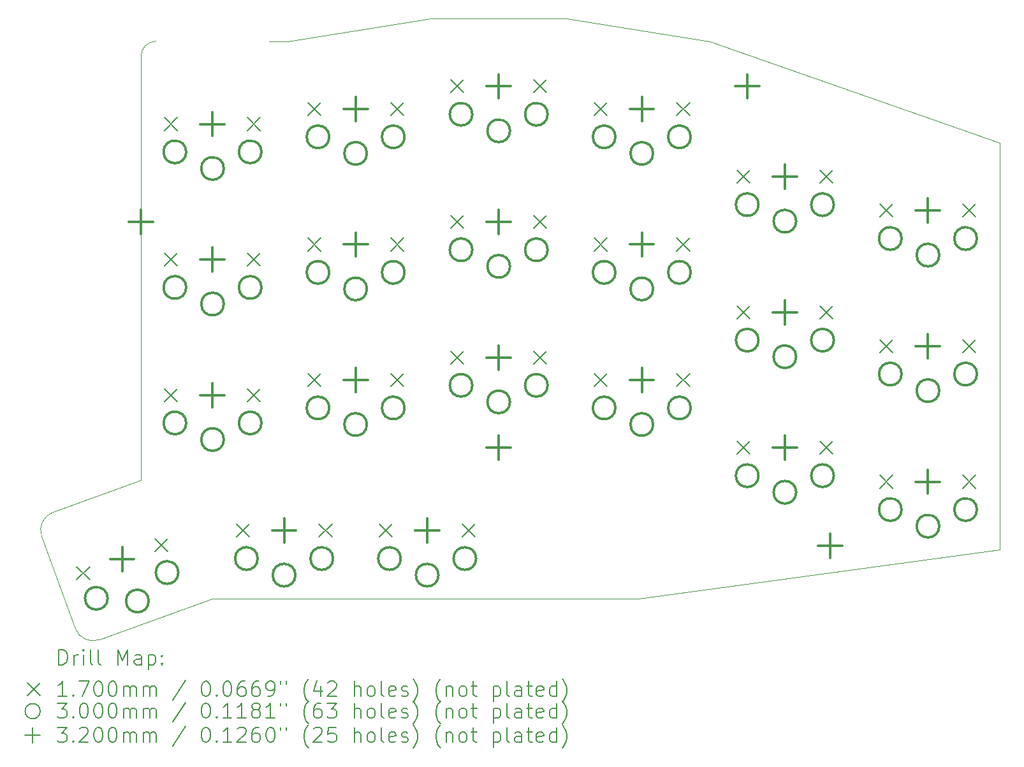
<source format=gbr>
%TF.GenerationSoftware,KiCad,Pcbnew,7.0.2-0*%
%TF.CreationDate,2023-05-24T14:00:58+08:00*%
%TF.ProjectId,Input,496e7075-742e-46b6-9963-61645f706362,1*%
%TF.SameCoordinates,PX7bfa480PY6052340*%
%TF.FileFunction,Drillmap*%
%TF.FilePolarity,Positive*%
%FSLAX45Y45*%
G04 Gerber Fmt 4.5, Leading zero omitted, Abs format (unit mm)*
G04 Created by KiCad (PCBNEW 7.0.2-0) date 2023-05-24 14:00:58*
%MOMM*%
%LPD*%
G01*
G04 APERTURE LIST*
%ADD10C,0.100000*%
%ADD11C,0.200000*%
%ADD12C,0.170000*%
%ADD13C,0.300000*%
%ADD14C,0.320000*%
G04 APERTURE END LIST*
D10*
X-750000Y2900000D02*
G75*
G03*
X-950000Y2700000I0J-200000D01*
G01*
X-1502982Y-5047237D02*
X0Y-4500000D01*
X-2268037Y-3676218D02*
X-1823410Y-4897818D01*
X-1823410Y-4897818D02*
G75*
G03*
X-1502982Y-5047237I234923J85505D01*
G01*
X-2118618Y-3355790D02*
X-950000Y-2930000D01*
X-2118618Y-3355790D02*
G75*
G03*
X-2268037Y-3676218I85505J-234923D01*
G01*
X2900000Y3200000D02*
X1000000Y2900000D01*
X6600000Y2900000D02*
X4700000Y3200000D01*
X-950000Y2700000D02*
X-950000Y-2930000D01*
X1000000Y2900000D02*
X750000Y2900000D01*
X5650000Y-4500000D02*
X10450000Y-3850000D01*
X0Y-4500000D02*
X5650000Y-4500000D01*
X10450000Y1550000D02*
X6600000Y2900000D01*
X4700000Y3200000D02*
X2900000Y3200000D01*
X10450000Y-3850000D02*
X10450000Y1550000D01*
D11*
D12*
X-1801831Y-4082311D02*
X-1631831Y-4252311D01*
X-1631831Y-4082311D02*
X-1801831Y-4252311D01*
X-768169Y-3706089D02*
X-598170Y-3876089D01*
X-598170Y-3706089D02*
X-768169Y-3876089D01*
X-635000Y1885000D02*
X-465000Y1715000D01*
X-465000Y1885000D02*
X-635000Y1715000D01*
X-635000Y85000D02*
X-465000Y-85000D01*
X-465000Y85000D02*
X-635000Y-85000D01*
X-635000Y-1715000D02*
X-465000Y-1885000D01*
X-465000Y-1715000D02*
X-635000Y-1885000D01*
X315000Y-3515000D02*
X485000Y-3685000D01*
X485000Y-3515000D02*
X315000Y-3685000D01*
X465000Y1885000D02*
X635000Y1715000D01*
X635000Y1885000D02*
X465000Y1715000D01*
X465000Y85000D02*
X635000Y-85000D01*
X635000Y85000D02*
X465000Y-85000D01*
X465000Y-1715000D02*
X635000Y-1885000D01*
X635000Y-1715000D02*
X465000Y-1885000D01*
X1265000Y2085000D02*
X1435000Y1915000D01*
X1435000Y2085000D02*
X1265000Y1915000D01*
X1265000Y285000D02*
X1435000Y115000D01*
X1435000Y285000D02*
X1265000Y115000D01*
X1265000Y-1515000D02*
X1435000Y-1685000D01*
X1435000Y-1515000D02*
X1265000Y-1685000D01*
X1415000Y-3515000D02*
X1585000Y-3685000D01*
X1585000Y-3515000D02*
X1415000Y-3685000D01*
X2215000Y-3515000D02*
X2385000Y-3685000D01*
X2385000Y-3515000D02*
X2215000Y-3685000D01*
X2365000Y2085000D02*
X2535000Y1915000D01*
X2535000Y2085000D02*
X2365000Y1915000D01*
X2365000Y285000D02*
X2535000Y115000D01*
X2535000Y285000D02*
X2365000Y115000D01*
X2365000Y-1515000D02*
X2535000Y-1685000D01*
X2535000Y-1515000D02*
X2365000Y-1685000D01*
X3165000Y2385000D02*
X3335000Y2215000D01*
X3335000Y2385000D02*
X3165000Y2215000D01*
X3165000Y585000D02*
X3335000Y415000D01*
X3335000Y585000D02*
X3165000Y415000D01*
X3165000Y-1215000D02*
X3335000Y-1385000D01*
X3335000Y-1215000D02*
X3165000Y-1385000D01*
X3315000Y-3515000D02*
X3485000Y-3685000D01*
X3485000Y-3515000D02*
X3315000Y-3685000D01*
X4265000Y2385000D02*
X4435000Y2215000D01*
X4435000Y2385000D02*
X4265000Y2215000D01*
X4265000Y585000D02*
X4435000Y415000D01*
X4435000Y585000D02*
X4265000Y415000D01*
X4265000Y-1215000D02*
X4435000Y-1385000D01*
X4435000Y-1215000D02*
X4265000Y-1385000D01*
X5065000Y2085000D02*
X5235000Y1915000D01*
X5235000Y2085000D02*
X5065000Y1915000D01*
X5065000Y285000D02*
X5235000Y115000D01*
X5235000Y285000D02*
X5065000Y115000D01*
X5065000Y-1515000D02*
X5235000Y-1685000D01*
X5235000Y-1515000D02*
X5065000Y-1685000D01*
X6165000Y2085000D02*
X6335000Y1915000D01*
X6335000Y2085000D02*
X6165000Y1915000D01*
X6165000Y285000D02*
X6335000Y115000D01*
X6335000Y285000D02*
X6165000Y115000D01*
X6165000Y-1515000D02*
X6335000Y-1685000D01*
X6335000Y-1515000D02*
X6165000Y-1685000D01*
X6965000Y1185000D02*
X7135000Y1015000D01*
X7135000Y1185000D02*
X6965000Y1015000D01*
X6965000Y-615000D02*
X7135000Y-785000D01*
X7135000Y-615000D02*
X6965000Y-785000D01*
X6965000Y-2415000D02*
X7135000Y-2585000D01*
X7135000Y-2415000D02*
X6965000Y-2585000D01*
X8065000Y1185000D02*
X8235000Y1015000D01*
X8235000Y1185000D02*
X8065000Y1015000D01*
X8065000Y-615000D02*
X8235000Y-785000D01*
X8235000Y-615000D02*
X8065000Y-785000D01*
X8065000Y-2415000D02*
X8235000Y-2585000D01*
X8235000Y-2415000D02*
X8065000Y-2585000D01*
X8865000Y735000D02*
X9035000Y565000D01*
X9035000Y735000D02*
X8865000Y565000D01*
X8865000Y-1065000D02*
X9035000Y-1235000D01*
X9035000Y-1065000D02*
X8865000Y-1235000D01*
X8865000Y-2865000D02*
X9035000Y-3035000D01*
X9035000Y-2865000D02*
X8865000Y-3035000D01*
X9965000Y735000D02*
X10135000Y565000D01*
X10135000Y735000D02*
X9965000Y565000D01*
X9965000Y-1065000D02*
X10135000Y-1235000D01*
X10135000Y-1065000D02*
X9965000Y-1235000D01*
X9965000Y-2865000D02*
X10135000Y-3035000D01*
X10135000Y-2865000D02*
X9965000Y-3035000D01*
D13*
X-1393299Y-4497896D02*
G75*
G03*
X-1393299Y-4497896I-150000J0D01*
G01*
X-848208Y-4533619D02*
G75*
G03*
X-848208Y-4533619I-150000J0D01*
G01*
X-453607Y-4155876D02*
G75*
G03*
X-453607Y-4155876I-150000J0D01*
G01*
X-350000Y1430000D02*
G75*
G03*
X-350000Y1430000I-150000J0D01*
G01*
X-350000Y-370000D02*
G75*
G03*
X-350000Y-370000I-150000J0D01*
G01*
X-350000Y-2170000D02*
G75*
G03*
X-350000Y-2170000I-150000J0D01*
G01*
X150000Y1210000D02*
G75*
G03*
X150000Y1210000I-150000J0D01*
G01*
X150000Y-590000D02*
G75*
G03*
X150000Y-590000I-150000J0D01*
G01*
X150000Y-2390000D02*
G75*
G03*
X150000Y-2390000I-150000J0D01*
G01*
X600000Y-3970000D02*
G75*
G03*
X600000Y-3970000I-150000J0D01*
G01*
X650000Y1430000D02*
G75*
G03*
X650000Y1430000I-150000J0D01*
G01*
X650000Y-370000D02*
G75*
G03*
X650000Y-370000I-150000J0D01*
G01*
X650000Y-2170000D02*
G75*
G03*
X650000Y-2170000I-150000J0D01*
G01*
X1100000Y-4190000D02*
G75*
G03*
X1100000Y-4190000I-150000J0D01*
G01*
X1550000Y1630000D02*
G75*
G03*
X1550000Y1630000I-150000J0D01*
G01*
X1550000Y-170000D02*
G75*
G03*
X1550000Y-170000I-150000J0D01*
G01*
X1550000Y-1970000D02*
G75*
G03*
X1550000Y-1970000I-150000J0D01*
G01*
X1600000Y-3970000D02*
G75*
G03*
X1600000Y-3970000I-150000J0D01*
G01*
X2050000Y1410000D02*
G75*
G03*
X2050000Y1410000I-150000J0D01*
G01*
X2050000Y-390000D02*
G75*
G03*
X2050000Y-390000I-150000J0D01*
G01*
X2050000Y-2190000D02*
G75*
G03*
X2050000Y-2190000I-150000J0D01*
G01*
X2500000Y-3970000D02*
G75*
G03*
X2500000Y-3970000I-150000J0D01*
G01*
X2550000Y1630000D02*
G75*
G03*
X2550000Y1630000I-150000J0D01*
G01*
X2550000Y-170000D02*
G75*
G03*
X2550000Y-170000I-150000J0D01*
G01*
X2550000Y-1970000D02*
G75*
G03*
X2550000Y-1970000I-150000J0D01*
G01*
X3000000Y-4190000D02*
G75*
G03*
X3000000Y-4190000I-150000J0D01*
G01*
X3450000Y1930000D02*
G75*
G03*
X3450000Y1930000I-150000J0D01*
G01*
X3450000Y130000D02*
G75*
G03*
X3450000Y130000I-150000J0D01*
G01*
X3450000Y-1670000D02*
G75*
G03*
X3450000Y-1670000I-150000J0D01*
G01*
X3500000Y-3970000D02*
G75*
G03*
X3500000Y-3970000I-150000J0D01*
G01*
X3950000Y1710000D02*
G75*
G03*
X3950000Y1710000I-150000J0D01*
G01*
X3950000Y-90000D02*
G75*
G03*
X3950000Y-90000I-150000J0D01*
G01*
X3950000Y-1890000D02*
G75*
G03*
X3950000Y-1890000I-150000J0D01*
G01*
X4450000Y1930000D02*
G75*
G03*
X4450000Y1930000I-150000J0D01*
G01*
X4450000Y130000D02*
G75*
G03*
X4450000Y130000I-150000J0D01*
G01*
X4450000Y-1670000D02*
G75*
G03*
X4450000Y-1670000I-150000J0D01*
G01*
X5350000Y1630000D02*
G75*
G03*
X5350000Y1630000I-150000J0D01*
G01*
X5350000Y-170000D02*
G75*
G03*
X5350000Y-170000I-150000J0D01*
G01*
X5350000Y-1970000D02*
G75*
G03*
X5350000Y-1970000I-150000J0D01*
G01*
X5850000Y1410000D02*
G75*
G03*
X5850000Y1410000I-150000J0D01*
G01*
X5850000Y-390000D02*
G75*
G03*
X5850000Y-390000I-150000J0D01*
G01*
X5850000Y-2190000D02*
G75*
G03*
X5850000Y-2190000I-150000J0D01*
G01*
X6350000Y1630000D02*
G75*
G03*
X6350000Y1630000I-150000J0D01*
G01*
X6350000Y-170000D02*
G75*
G03*
X6350000Y-170000I-150000J0D01*
G01*
X6350000Y-1970000D02*
G75*
G03*
X6350000Y-1970000I-150000J0D01*
G01*
X7250000Y730000D02*
G75*
G03*
X7250000Y730000I-150000J0D01*
G01*
X7250000Y-1070000D02*
G75*
G03*
X7250000Y-1070000I-150000J0D01*
G01*
X7250000Y-2870000D02*
G75*
G03*
X7250000Y-2870000I-150000J0D01*
G01*
X7750000Y510000D02*
G75*
G03*
X7750000Y510000I-150000J0D01*
G01*
X7750000Y-1290000D02*
G75*
G03*
X7750000Y-1290000I-150000J0D01*
G01*
X7750000Y-3090000D02*
G75*
G03*
X7750000Y-3090000I-150000J0D01*
G01*
X8250000Y730000D02*
G75*
G03*
X8250000Y730000I-150000J0D01*
G01*
X8250000Y-1070000D02*
G75*
G03*
X8250000Y-1070000I-150000J0D01*
G01*
X8250000Y-2870000D02*
G75*
G03*
X8250000Y-2870000I-150000J0D01*
G01*
X9150000Y280000D02*
G75*
G03*
X9150000Y280000I-150000J0D01*
G01*
X9150000Y-1520000D02*
G75*
G03*
X9150000Y-1520000I-150000J0D01*
G01*
X9150000Y-3320000D02*
G75*
G03*
X9150000Y-3320000I-150000J0D01*
G01*
X9650000Y60000D02*
G75*
G03*
X9650000Y60000I-150000J0D01*
G01*
X9650000Y-1740000D02*
G75*
G03*
X9650000Y-1740000I-150000J0D01*
G01*
X9650000Y-3540000D02*
G75*
G03*
X9650000Y-3540000I-150000J0D01*
G01*
X10150000Y280000D02*
G75*
G03*
X10150000Y280000I-150000J0D01*
G01*
X10150000Y-1520000D02*
G75*
G03*
X10150000Y-1520000I-150000J0D01*
G01*
X10150000Y-3320000D02*
G75*
G03*
X10150000Y-3320000I-150000J0D01*
G01*
D14*
X-1200000Y-3819200D02*
X-1200000Y-4139200D01*
X-1360000Y-3979200D02*
X-1040000Y-3979200D01*
X-950000Y660000D02*
X-950000Y340000D01*
X-1110000Y500000D02*
X-790000Y500000D01*
X0Y1960000D02*
X0Y1640000D01*
X-160000Y1800000D02*
X160000Y1800000D01*
X0Y160000D02*
X0Y-160000D01*
X-160000Y0D02*
X160000Y0D01*
X0Y-1640000D02*
X0Y-1960000D01*
X-160000Y-1800000D02*
X160000Y-1800000D01*
X950000Y-3440000D02*
X950000Y-3760000D01*
X790000Y-3600000D02*
X1110000Y-3600000D01*
X1900000Y2160000D02*
X1900000Y1840000D01*
X1740000Y2000000D02*
X2060000Y2000000D01*
X1900000Y360000D02*
X1900000Y40000D01*
X1740000Y200000D02*
X2060000Y200000D01*
X1900000Y-1440000D02*
X1900000Y-1760000D01*
X1740000Y-1600000D02*
X2060000Y-1600000D01*
X2850000Y-3440000D02*
X2850000Y-3760000D01*
X2690000Y-3600000D02*
X3010000Y-3600000D01*
X3800000Y2460000D02*
X3800000Y2140000D01*
X3640000Y2300000D02*
X3960000Y2300000D01*
X3800000Y660000D02*
X3800000Y340000D01*
X3640000Y500000D02*
X3960000Y500000D01*
X3800000Y-1140000D02*
X3800000Y-1460000D01*
X3640000Y-1300000D02*
X3960000Y-1300000D01*
X3800000Y-2340000D02*
X3800000Y-2660000D01*
X3640000Y-2500000D02*
X3960000Y-2500000D01*
X5700000Y2160000D02*
X5700000Y1840000D01*
X5540000Y2000000D02*
X5860000Y2000000D01*
X5700000Y360000D02*
X5700000Y40000D01*
X5540000Y200000D02*
X5860000Y200000D01*
X5700000Y-1440000D02*
X5700000Y-1760000D01*
X5540000Y-1600000D02*
X5860000Y-1600000D01*
X7100000Y2460000D02*
X7100000Y2140000D01*
X6940000Y2300000D02*
X7260000Y2300000D01*
X7600000Y1260000D02*
X7600000Y940000D01*
X7440000Y1100000D02*
X7760000Y1100000D01*
X7600000Y-540000D02*
X7600000Y-860000D01*
X7440000Y-700000D02*
X7760000Y-700000D01*
X7600000Y-2340000D02*
X7600000Y-2660000D01*
X7440000Y-2500000D02*
X7760000Y-2500000D01*
X8200000Y-3640000D02*
X8200000Y-3960000D01*
X8040000Y-3800000D02*
X8360000Y-3800000D01*
X9500000Y810000D02*
X9500000Y490000D01*
X9340000Y650000D02*
X9660000Y650000D01*
X9500000Y-990000D02*
X9500000Y-1310000D01*
X9340000Y-1150000D02*
X9660000Y-1150000D01*
X9500000Y-2790000D02*
X9500000Y-3110000D01*
X9340000Y-2950000D02*
X9660000Y-2950000D01*
D11*
X-2040494Y-5379837D02*
X-2040494Y-5179837D01*
X-2040494Y-5179837D02*
X-1992875Y-5179837D01*
X-1992875Y-5179837D02*
X-1964304Y-5189361D01*
X-1964304Y-5189361D02*
X-1945256Y-5208409D01*
X-1945256Y-5208409D02*
X-1935732Y-5227456D01*
X-1935732Y-5227456D02*
X-1926209Y-5265551D01*
X-1926209Y-5265551D02*
X-1926209Y-5294123D01*
X-1926209Y-5294123D02*
X-1935732Y-5332218D01*
X-1935732Y-5332218D02*
X-1945256Y-5351266D01*
X-1945256Y-5351266D02*
X-1964304Y-5370313D01*
X-1964304Y-5370313D02*
X-1992875Y-5379837D01*
X-1992875Y-5379837D02*
X-2040494Y-5379837D01*
X-1840494Y-5379837D02*
X-1840494Y-5246504D01*
X-1840494Y-5284599D02*
X-1830970Y-5265551D01*
X-1830970Y-5265551D02*
X-1821447Y-5256028D01*
X-1821447Y-5256028D02*
X-1802399Y-5246504D01*
X-1802399Y-5246504D02*
X-1783351Y-5246504D01*
X-1716685Y-5379837D02*
X-1716685Y-5246504D01*
X-1716685Y-5179837D02*
X-1726209Y-5189361D01*
X-1726209Y-5189361D02*
X-1716685Y-5198885D01*
X-1716685Y-5198885D02*
X-1707161Y-5189361D01*
X-1707161Y-5189361D02*
X-1716685Y-5179837D01*
X-1716685Y-5179837D02*
X-1716685Y-5198885D01*
X-1592875Y-5379837D02*
X-1611923Y-5370313D01*
X-1611923Y-5370313D02*
X-1621447Y-5351266D01*
X-1621447Y-5351266D02*
X-1621447Y-5179837D01*
X-1488113Y-5379837D02*
X-1507161Y-5370313D01*
X-1507161Y-5370313D02*
X-1516685Y-5351266D01*
X-1516685Y-5351266D02*
X-1516685Y-5179837D01*
X-1259542Y-5379837D02*
X-1259542Y-5179837D01*
X-1259542Y-5179837D02*
X-1192875Y-5322694D01*
X-1192875Y-5322694D02*
X-1126209Y-5179837D01*
X-1126209Y-5179837D02*
X-1126209Y-5379837D01*
X-945256Y-5379837D02*
X-945256Y-5275075D01*
X-945256Y-5275075D02*
X-954780Y-5256028D01*
X-954780Y-5256028D02*
X-973828Y-5246504D01*
X-973828Y-5246504D02*
X-1011923Y-5246504D01*
X-1011923Y-5246504D02*
X-1030970Y-5256028D01*
X-945256Y-5370313D02*
X-964304Y-5379837D01*
X-964304Y-5379837D02*
X-1011923Y-5379837D01*
X-1011923Y-5379837D02*
X-1030970Y-5370313D01*
X-1030970Y-5370313D02*
X-1040494Y-5351266D01*
X-1040494Y-5351266D02*
X-1040494Y-5332218D01*
X-1040494Y-5332218D02*
X-1030970Y-5313170D01*
X-1030970Y-5313170D02*
X-1011923Y-5303647D01*
X-1011923Y-5303647D02*
X-964304Y-5303647D01*
X-964304Y-5303647D02*
X-945256Y-5294123D01*
X-850018Y-5246504D02*
X-850018Y-5446504D01*
X-850018Y-5256028D02*
X-830970Y-5246504D01*
X-830970Y-5246504D02*
X-792875Y-5246504D01*
X-792875Y-5246504D02*
X-773828Y-5256028D01*
X-773828Y-5256028D02*
X-764304Y-5265551D01*
X-764304Y-5265551D02*
X-754780Y-5284599D01*
X-754780Y-5284599D02*
X-754780Y-5341742D01*
X-754780Y-5341742D02*
X-764304Y-5360789D01*
X-764304Y-5360789D02*
X-773828Y-5370313D01*
X-773828Y-5370313D02*
X-792875Y-5379837D01*
X-792875Y-5379837D02*
X-830970Y-5379837D01*
X-830970Y-5379837D02*
X-850018Y-5370313D01*
X-669066Y-5360789D02*
X-659542Y-5370313D01*
X-659542Y-5370313D02*
X-669066Y-5379837D01*
X-669066Y-5379837D02*
X-678590Y-5370313D01*
X-678590Y-5370313D02*
X-669066Y-5360789D01*
X-669066Y-5360789D02*
X-669066Y-5379837D01*
X-669066Y-5256028D02*
X-659542Y-5265551D01*
X-659542Y-5265551D02*
X-669066Y-5275075D01*
X-669066Y-5275075D02*
X-678590Y-5265551D01*
X-678590Y-5265551D02*
X-669066Y-5256028D01*
X-669066Y-5256028D02*
X-669066Y-5275075D01*
D12*
X-2458113Y-5622313D02*
X-2288113Y-5792313D01*
X-2288113Y-5622313D02*
X-2458113Y-5792313D01*
D11*
X-1935732Y-5799837D02*
X-2050018Y-5799837D01*
X-1992875Y-5799837D02*
X-1992875Y-5599837D01*
X-1992875Y-5599837D02*
X-2011923Y-5628408D01*
X-2011923Y-5628408D02*
X-2030970Y-5647456D01*
X-2030970Y-5647456D02*
X-2050018Y-5656980D01*
X-1850018Y-5780789D02*
X-1840494Y-5790313D01*
X-1840494Y-5790313D02*
X-1850018Y-5799837D01*
X-1850018Y-5799837D02*
X-1859542Y-5790313D01*
X-1859542Y-5790313D02*
X-1850018Y-5780789D01*
X-1850018Y-5780789D02*
X-1850018Y-5799837D01*
X-1773828Y-5599837D02*
X-1640494Y-5599837D01*
X-1640494Y-5599837D02*
X-1726209Y-5799837D01*
X-1526209Y-5599837D02*
X-1507161Y-5599837D01*
X-1507161Y-5599837D02*
X-1488113Y-5609361D01*
X-1488113Y-5609361D02*
X-1478589Y-5618885D01*
X-1478589Y-5618885D02*
X-1469066Y-5637932D01*
X-1469066Y-5637932D02*
X-1459542Y-5676027D01*
X-1459542Y-5676027D02*
X-1459542Y-5723647D01*
X-1459542Y-5723647D02*
X-1469066Y-5761742D01*
X-1469066Y-5761742D02*
X-1478589Y-5780789D01*
X-1478589Y-5780789D02*
X-1488113Y-5790313D01*
X-1488113Y-5790313D02*
X-1507161Y-5799837D01*
X-1507161Y-5799837D02*
X-1526209Y-5799837D01*
X-1526209Y-5799837D02*
X-1545256Y-5790313D01*
X-1545256Y-5790313D02*
X-1554780Y-5780789D01*
X-1554780Y-5780789D02*
X-1564304Y-5761742D01*
X-1564304Y-5761742D02*
X-1573828Y-5723647D01*
X-1573828Y-5723647D02*
X-1573828Y-5676027D01*
X-1573828Y-5676027D02*
X-1564304Y-5637932D01*
X-1564304Y-5637932D02*
X-1554780Y-5618885D01*
X-1554780Y-5618885D02*
X-1545256Y-5609361D01*
X-1545256Y-5609361D02*
X-1526209Y-5599837D01*
X-1335732Y-5599837D02*
X-1316685Y-5599837D01*
X-1316685Y-5599837D02*
X-1297637Y-5609361D01*
X-1297637Y-5609361D02*
X-1288113Y-5618885D01*
X-1288113Y-5618885D02*
X-1278590Y-5637932D01*
X-1278590Y-5637932D02*
X-1269066Y-5676027D01*
X-1269066Y-5676027D02*
X-1269066Y-5723647D01*
X-1269066Y-5723647D02*
X-1278590Y-5761742D01*
X-1278590Y-5761742D02*
X-1288113Y-5780789D01*
X-1288113Y-5780789D02*
X-1297637Y-5790313D01*
X-1297637Y-5790313D02*
X-1316685Y-5799837D01*
X-1316685Y-5799837D02*
X-1335732Y-5799837D01*
X-1335732Y-5799837D02*
X-1354780Y-5790313D01*
X-1354780Y-5790313D02*
X-1364304Y-5780789D01*
X-1364304Y-5780789D02*
X-1373828Y-5761742D01*
X-1373828Y-5761742D02*
X-1383351Y-5723647D01*
X-1383351Y-5723647D02*
X-1383351Y-5676027D01*
X-1383351Y-5676027D02*
X-1373828Y-5637932D01*
X-1373828Y-5637932D02*
X-1364304Y-5618885D01*
X-1364304Y-5618885D02*
X-1354780Y-5609361D01*
X-1354780Y-5609361D02*
X-1335732Y-5599837D01*
X-1183351Y-5799837D02*
X-1183351Y-5666504D01*
X-1183351Y-5685551D02*
X-1173828Y-5676027D01*
X-1173828Y-5676027D02*
X-1154780Y-5666504D01*
X-1154780Y-5666504D02*
X-1126209Y-5666504D01*
X-1126209Y-5666504D02*
X-1107161Y-5676027D01*
X-1107161Y-5676027D02*
X-1097637Y-5695075D01*
X-1097637Y-5695075D02*
X-1097637Y-5799837D01*
X-1097637Y-5695075D02*
X-1088113Y-5676027D01*
X-1088113Y-5676027D02*
X-1069066Y-5666504D01*
X-1069066Y-5666504D02*
X-1040494Y-5666504D01*
X-1040494Y-5666504D02*
X-1021447Y-5676027D01*
X-1021447Y-5676027D02*
X-1011923Y-5695075D01*
X-1011923Y-5695075D02*
X-1011923Y-5799837D01*
X-916685Y-5799837D02*
X-916685Y-5666504D01*
X-916685Y-5685551D02*
X-907161Y-5676027D01*
X-907161Y-5676027D02*
X-888113Y-5666504D01*
X-888113Y-5666504D02*
X-859542Y-5666504D01*
X-859542Y-5666504D02*
X-840494Y-5676027D01*
X-840494Y-5676027D02*
X-830970Y-5695075D01*
X-830970Y-5695075D02*
X-830970Y-5799837D01*
X-830970Y-5695075D02*
X-821447Y-5676027D01*
X-821447Y-5676027D02*
X-802399Y-5666504D01*
X-802399Y-5666504D02*
X-773828Y-5666504D01*
X-773828Y-5666504D02*
X-754780Y-5676027D01*
X-754780Y-5676027D02*
X-745256Y-5695075D01*
X-745256Y-5695075D02*
X-745256Y-5799837D01*
X-354780Y-5590313D02*
X-526208Y-5847456D01*
X-97637Y-5599837D02*
X-78589Y-5599837D01*
X-78589Y-5599837D02*
X-59542Y-5609361D01*
X-59542Y-5609361D02*
X-50018Y-5618885D01*
X-50018Y-5618885D02*
X-40494Y-5637932D01*
X-40494Y-5637932D02*
X-30970Y-5676027D01*
X-30970Y-5676027D02*
X-30970Y-5723647D01*
X-30970Y-5723647D02*
X-40494Y-5761742D01*
X-40494Y-5761742D02*
X-50018Y-5780789D01*
X-50018Y-5780789D02*
X-59542Y-5790313D01*
X-59542Y-5790313D02*
X-78589Y-5799837D01*
X-78589Y-5799837D02*
X-97637Y-5799837D01*
X-97637Y-5799837D02*
X-116685Y-5790313D01*
X-116685Y-5790313D02*
X-126208Y-5780789D01*
X-126208Y-5780789D02*
X-135732Y-5761742D01*
X-135732Y-5761742D02*
X-145256Y-5723647D01*
X-145256Y-5723647D02*
X-145256Y-5676027D01*
X-145256Y-5676027D02*
X-135732Y-5637932D01*
X-135732Y-5637932D02*
X-126208Y-5618885D01*
X-126208Y-5618885D02*
X-116685Y-5609361D01*
X-116685Y-5609361D02*
X-97637Y-5599837D01*
X54744Y-5780789D02*
X64268Y-5790313D01*
X64268Y-5790313D02*
X54744Y-5799837D01*
X54744Y-5799837D02*
X45220Y-5790313D01*
X45220Y-5790313D02*
X54744Y-5780789D01*
X54744Y-5780789D02*
X54744Y-5799837D01*
X188077Y-5599837D02*
X207125Y-5599837D01*
X207125Y-5599837D02*
X226173Y-5609361D01*
X226173Y-5609361D02*
X235696Y-5618885D01*
X235696Y-5618885D02*
X245220Y-5637932D01*
X245220Y-5637932D02*
X254744Y-5676027D01*
X254744Y-5676027D02*
X254744Y-5723647D01*
X254744Y-5723647D02*
X245220Y-5761742D01*
X245220Y-5761742D02*
X235696Y-5780789D01*
X235696Y-5780789D02*
X226173Y-5790313D01*
X226173Y-5790313D02*
X207125Y-5799837D01*
X207125Y-5799837D02*
X188077Y-5799837D01*
X188077Y-5799837D02*
X169030Y-5790313D01*
X169030Y-5790313D02*
X159506Y-5780789D01*
X159506Y-5780789D02*
X149982Y-5761742D01*
X149982Y-5761742D02*
X140458Y-5723647D01*
X140458Y-5723647D02*
X140458Y-5676027D01*
X140458Y-5676027D02*
X149982Y-5637932D01*
X149982Y-5637932D02*
X159506Y-5618885D01*
X159506Y-5618885D02*
X169030Y-5609361D01*
X169030Y-5609361D02*
X188077Y-5599837D01*
X426173Y-5599837D02*
X388077Y-5599837D01*
X388077Y-5599837D02*
X369030Y-5609361D01*
X369030Y-5609361D02*
X359506Y-5618885D01*
X359506Y-5618885D02*
X340458Y-5647456D01*
X340458Y-5647456D02*
X330935Y-5685551D01*
X330935Y-5685551D02*
X330935Y-5761742D01*
X330935Y-5761742D02*
X340458Y-5780789D01*
X340458Y-5780789D02*
X349982Y-5790313D01*
X349982Y-5790313D02*
X369030Y-5799837D01*
X369030Y-5799837D02*
X407125Y-5799837D01*
X407125Y-5799837D02*
X426173Y-5790313D01*
X426173Y-5790313D02*
X435696Y-5780789D01*
X435696Y-5780789D02*
X445220Y-5761742D01*
X445220Y-5761742D02*
X445220Y-5714123D01*
X445220Y-5714123D02*
X435696Y-5695075D01*
X435696Y-5695075D02*
X426173Y-5685551D01*
X426173Y-5685551D02*
X407125Y-5676027D01*
X407125Y-5676027D02*
X369030Y-5676027D01*
X369030Y-5676027D02*
X349982Y-5685551D01*
X349982Y-5685551D02*
X340458Y-5695075D01*
X340458Y-5695075D02*
X330935Y-5714123D01*
X616649Y-5599837D02*
X578554Y-5599837D01*
X578554Y-5599837D02*
X559506Y-5609361D01*
X559506Y-5609361D02*
X549982Y-5618885D01*
X549982Y-5618885D02*
X530935Y-5647456D01*
X530935Y-5647456D02*
X521411Y-5685551D01*
X521411Y-5685551D02*
X521411Y-5761742D01*
X521411Y-5761742D02*
X530935Y-5780789D01*
X530935Y-5780789D02*
X540458Y-5790313D01*
X540458Y-5790313D02*
X559506Y-5799837D01*
X559506Y-5799837D02*
X597601Y-5799837D01*
X597601Y-5799837D02*
X616649Y-5790313D01*
X616649Y-5790313D02*
X626173Y-5780789D01*
X626173Y-5780789D02*
X635696Y-5761742D01*
X635696Y-5761742D02*
X635696Y-5714123D01*
X635696Y-5714123D02*
X626173Y-5695075D01*
X626173Y-5695075D02*
X616649Y-5685551D01*
X616649Y-5685551D02*
X597601Y-5676027D01*
X597601Y-5676027D02*
X559506Y-5676027D01*
X559506Y-5676027D02*
X540458Y-5685551D01*
X540458Y-5685551D02*
X530935Y-5695075D01*
X530935Y-5695075D02*
X521411Y-5714123D01*
X730934Y-5799837D02*
X769030Y-5799837D01*
X769030Y-5799837D02*
X788077Y-5790313D01*
X788077Y-5790313D02*
X797601Y-5780789D01*
X797601Y-5780789D02*
X816649Y-5752218D01*
X816649Y-5752218D02*
X826173Y-5714123D01*
X826173Y-5714123D02*
X826173Y-5637932D01*
X826173Y-5637932D02*
X816649Y-5618885D01*
X816649Y-5618885D02*
X807125Y-5609361D01*
X807125Y-5609361D02*
X788077Y-5599837D01*
X788077Y-5599837D02*
X749982Y-5599837D01*
X749982Y-5599837D02*
X730934Y-5609361D01*
X730934Y-5609361D02*
X721411Y-5618885D01*
X721411Y-5618885D02*
X711887Y-5637932D01*
X711887Y-5637932D02*
X711887Y-5685551D01*
X711887Y-5685551D02*
X721411Y-5704599D01*
X721411Y-5704599D02*
X730934Y-5714123D01*
X730934Y-5714123D02*
X749982Y-5723647D01*
X749982Y-5723647D02*
X788077Y-5723647D01*
X788077Y-5723647D02*
X807125Y-5714123D01*
X807125Y-5714123D02*
X816649Y-5704599D01*
X816649Y-5704599D02*
X826173Y-5685551D01*
X902363Y-5599837D02*
X902363Y-5637932D01*
X978554Y-5599837D02*
X978554Y-5637932D01*
X1273792Y-5876027D02*
X1264268Y-5866504D01*
X1264268Y-5866504D02*
X1245220Y-5837932D01*
X1245220Y-5837932D02*
X1235697Y-5818885D01*
X1235697Y-5818885D02*
X1226173Y-5790313D01*
X1226173Y-5790313D02*
X1216649Y-5742694D01*
X1216649Y-5742694D02*
X1216649Y-5704599D01*
X1216649Y-5704599D02*
X1226173Y-5656980D01*
X1226173Y-5656980D02*
X1235697Y-5628408D01*
X1235697Y-5628408D02*
X1245220Y-5609361D01*
X1245220Y-5609361D02*
X1264268Y-5580789D01*
X1264268Y-5580789D02*
X1273792Y-5571266D01*
X1435696Y-5666504D02*
X1435696Y-5799837D01*
X1388077Y-5590313D02*
X1340458Y-5733170D01*
X1340458Y-5733170D02*
X1464268Y-5733170D01*
X1530935Y-5618885D02*
X1540458Y-5609361D01*
X1540458Y-5609361D02*
X1559506Y-5599837D01*
X1559506Y-5599837D02*
X1607125Y-5599837D01*
X1607125Y-5599837D02*
X1626173Y-5609361D01*
X1626173Y-5609361D02*
X1635696Y-5618885D01*
X1635696Y-5618885D02*
X1645220Y-5637932D01*
X1645220Y-5637932D02*
X1645220Y-5656980D01*
X1645220Y-5656980D02*
X1635696Y-5685551D01*
X1635696Y-5685551D02*
X1521411Y-5799837D01*
X1521411Y-5799837D02*
X1645220Y-5799837D01*
X1883316Y-5799837D02*
X1883316Y-5599837D01*
X1969030Y-5799837D02*
X1969030Y-5695075D01*
X1969030Y-5695075D02*
X1959506Y-5676027D01*
X1959506Y-5676027D02*
X1940458Y-5666504D01*
X1940458Y-5666504D02*
X1911887Y-5666504D01*
X1911887Y-5666504D02*
X1892839Y-5676027D01*
X1892839Y-5676027D02*
X1883316Y-5685551D01*
X2092839Y-5799837D02*
X2073792Y-5790313D01*
X2073792Y-5790313D02*
X2064268Y-5780789D01*
X2064268Y-5780789D02*
X2054744Y-5761742D01*
X2054744Y-5761742D02*
X2054744Y-5704599D01*
X2054744Y-5704599D02*
X2064268Y-5685551D01*
X2064268Y-5685551D02*
X2073792Y-5676027D01*
X2073792Y-5676027D02*
X2092839Y-5666504D01*
X2092839Y-5666504D02*
X2121411Y-5666504D01*
X2121411Y-5666504D02*
X2140459Y-5676027D01*
X2140459Y-5676027D02*
X2149982Y-5685551D01*
X2149982Y-5685551D02*
X2159506Y-5704599D01*
X2159506Y-5704599D02*
X2159506Y-5761742D01*
X2159506Y-5761742D02*
X2149982Y-5780789D01*
X2149982Y-5780789D02*
X2140459Y-5790313D01*
X2140459Y-5790313D02*
X2121411Y-5799837D01*
X2121411Y-5799837D02*
X2092839Y-5799837D01*
X2273792Y-5799837D02*
X2254744Y-5790313D01*
X2254744Y-5790313D02*
X2245220Y-5771266D01*
X2245220Y-5771266D02*
X2245220Y-5599837D01*
X2426173Y-5790313D02*
X2407125Y-5799837D01*
X2407125Y-5799837D02*
X2369030Y-5799837D01*
X2369030Y-5799837D02*
X2349982Y-5790313D01*
X2349982Y-5790313D02*
X2340459Y-5771266D01*
X2340459Y-5771266D02*
X2340459Y-5695075D01*
X2340459Y-5695075D02*
X2349982Y-5676027D01*
X2349982Y-5676027D02*
X2369030Y-5666504D01*
X2369030Y-5666504D02*
X2407125Y-5666504D01*
X2407125Y-5666504D02*
X2426173Y-5676027D01*
X2426173Y-5676027D02*
X2435697Y-5695075D01*
X2435697Y-5695075D02*
X2435697Y-5714123D01*
X2435697Y-5714123D02*
X2340459Y-5733170D01*
X2511887Y-5790313D02*
X2530935Y-5799837D01*
X2530935Y-5799837D02*
X2569030Y-5799837D01*
X2569030Y-5799837D02*
X2588078Y-5790313D01*
X2588078Y-5790313D02*
X2597601Y-5771266D01*
X2597601Y-5771266D02*
X2597601Y-5761742D01*
X2597601Y-5761742D02*
X2588078Y-5742694D01*
X2588078Y-5742694D02*
X2569030Y-5733170D01*
X2569030Y-5733170D02*
X2540459Y-5733170D01*
X2540459Y-5733170D02*
X2521411Y-5723647D01*
X2521411Y-5723647D02*
X2511887Y-5704599D01*
X2511887Y-5704599D02*
X2511887Y-5695075D01*
X2511887Y-5695075D02*
X2521411Y-5676027D01*
X2521411Y-5676027D02*
X2540459Y-5666504D01*
X2540459Y-5666504D02*
X2569030Y-5666504D01*
X2569030Y-5666504D02*
X2588078Y-5676027D01*
X2664268Y-5876027D02*
X2673792Y-5866504D01*
X2673792Y-5866504D02*
X2692840Y-5837932D01*
X2692840Y-5837932D02*
X2702363Y-5818885D01*
X2702363Y-5818885D02*
X2711887Y-5790313D01*
X2711887Y-5790313D02*
X2721411Y-5742694D01*
X2721411Y-5742694D02*
X2721411Y-5704599D01*
X2721411Y-5704599D02*
X2711887Y-5656980D01*
X2711887Y-5656980D02*
X2702363Y-5628408D01*
X2702363Y-5628408D02*
X2692840Y-5609361D01*
X2692840Y-5609361D02*
X2673792Y-5580789D01*
X2673792Y-5580789D02*
X2664268Y-5571266D01*
X3026173Y-5876027D02*
X3016649Y-5866504D01*
X3016649Y-5866504D02*
X2997601Y-5837932D01*
X2997601Y-5837932D02*
X2988078Y-5818885D01*
X2988078Y-5818885D02*
X2978554Y-5790313D01*
X2978554Y-5790313D02*
X2969030Y-5742694D01*
X2969030Y-5742694D02*
X2969030Y-5704599D01*
X2969030Y-5704599D02*
X2978554Y-5656980D01*
X2978554Y-5656980D02*
X2988078Y-5628408D01*
X2988078Y-5628408D02*
X2997601Y-5609361D01*
X2997601Y-5609361D02*
X3016649Y-5580789D01*
X3016649Y-5580789D02*
X3026173Y-5571266D01*
X3102363Y-5666504D02*
X3102363Y-5799837D01*
X3102363Y-5685551D02*
X3111887Y-5676027D01*
X3111887Y-5676027D02*
X3130935Y-5666504D01*
X3130935Y-5666504D02*
X3159506Y-5666504D01*
X3159506Y-5666504D02*
X3178554Y-5676027D01*
X3178554Y-5676027D02*
X3188078Y-5695075D01*
X3188078Y-5695075D02*
X3188078Y-5799837D01*
X3311887Y-5799837D02*
X3292839Y-5790313D01*
X3292839Y-5790313D02*
X3283316Y-5780789D01*
X3283316Y-5780789D02*
X3273792Y-5761742D01*
X3273792Y-5761742D02*
X3273792Y-5704599D01*
X3273792Y-5704599D02*
X3283316Y-5685551D01*
X3283316Y-5685551D02*
X3292839Y-5676027D01*
X3292839Y-5676027D02*
X3311887Y-5666504D01*
X3311887Y-5666504D02*
X3340459Y-5666504D01*
X3340459Y-5666504D02*
X3359506Y-5676027D01*
X3359506Y-5676027D02*
X3369030Y-5685551D01*
X3369030Y-5685551D02*
X3378554Y-5704599D01*
X3378554Y-5704599D02*
X3378554Y-5761742D01*
X3378554Y-5761742D02*
X3369030Y-5780789D01*
X3369030Y-5780789D02*
X3359506Y-5790313D01*
X3359506Y-5790313D02*
X3340459Y-5799837D01*
X3340459Y-5799837D02*
X3311887Y-5799837D01*
X3435697Y-5666504D02*
X3511887Y-5666504D01*
X3464268Y-5599837D02*
X3464268Y-5771266D01*
X3464268Y-5771266D02*
X3473792Y-5790313D01*
X3473792Y-5790313D02*
X3492839Y-5799837D01*
X3492839Y-5799837D02*
X3511887Y-5799837D01*
X3730935Y-5666504D02*
X3730935Y-5866504D01*
X3730935Y-5676027D02*
X3749982Y-5666504D01*
X3749982Y-5666504D02*
X3788078Y-5666504D01*
X3788078Y-5666504D02*
X3807125Y-5676027D01*
X3807125Y-5676027D02*
X3816649Y-5685551D01*
X3816649Y-5685551D02*
X3826173Y-5704599D01*
X3826173Y-5704599D02*
X3826173Y-5761742D01*
X3826173Y-5761742D02*
X3816649Y-5780789D01*
X3816649Y-5780789D02*
X3807125Y-5790313D01*
X3807125Y-5790313D02*
X3788078Y-5799837D01*
X3788078Y-5799837D02*
X3749982Y-5799837D01*
X3749982Y-5799837D02*
X3730935Y-5790313D01*
X3940459Y-5799837D02*
X3921411Y-5790313D01*
X3921411Y-5790313D02*
X3911887Y-5771266D01*
X3911887Y-5771266D02*
X3911887Y-5599837D01*
X4102363Y-5799837D02*
X4102363Y-5695075D01*
X4102363Y-5695075D02*
X4092840Y-5676027D01*
X4092840Y-5676027D02*
X4073792Y-5666504D01*
X4073792Y-5666504D02*
X4035697Y-5666504D01*
X4035697Y-5666504D02*
X4016649Y-5676027D01*
X4102363Y-5790313D02*
X4083316Y-5799837D01*
X4083316Y-5799837D02*
X4035697Y-5799837D01*
X4035697Y-5799837D02*
X4016649Y-5790313D01*
X4016649Y-5790313D02*
X4007125Y-5771266D01*
X4007125Y-5771266D02*
X4007125Y-5752218D01*
X4007125Y-5752218D02*
X4016649Y-5733170D01*
X4016649Y-5733170D02*
X4035697Y-5723647D01*
X4035697Y-5723647D02*
X4083316Y-5723647D01*
X4083316Y-5723647D02*
X4102363Y-5714123D01*
X4169030Y-5666504D02*
X4245221Y-5666504D01*
X4197602Y-5599837D02*
X4197602Y-5771266D01*
X4197602Y-5771266D02*
X4207125Y-5790313D01*
X4207125Y-5790313D02*
X4226173Y-5799837D01*
X4226173Y-5799837D02*
X4245221Y-5799837D01*
X4388078Y-5790313D02*
X4369030Y-5799837D01*
X4369030Y-5799837D02*
X4330935Y-5799837D01*
X4330935Y-5799837D02*
X4311887Y-5790313D01*
X4311887Y-5790313D02*
X4302363Y-5771266D01*
X4302363Y-5771266D02*
X4302363Y-5695075D01*
X4302363Y-5695075D02*
X4311887Y-5676027D01*
X4311887Y-5676027D02*
X4330935Y-5666504D01*
X4330935Y-5666504D02*
X4369030Y-5666504D01*
X4369030Y-5666504D02*
X4388078Y-5676027D01*
X4388078Y-5676027D02*
X4397602Y-5695075D01*
X4397602Y-5695075D02*
X4397602Y-5714123D01*
X4397602Y-5714123D02*
X4302363Y-5733170D01*
X4569030Y-5799837D02*
X4569030Y-5599837D01*
X4569030Y-5790313D02*
X4549983Y-5799837D01*
X4549983Y-5799837D02*
X4511887Y-5799837D01*
X4511887Y-5799837D02*
X4492840Y-5790313D01*
X4492840Y-5790313D02*
X4483316Y-5780789D01*
X4483316Y-5780789D02*
X4473792Y-5761742D01*
X4473792Y-5761742D02*
X4473792Y-5704599D01*
X4473792Y-5704599D02*
X4483316Y-5685551D01*
X4483316Y-5685551D02*
X4492840Y-5676027D01*
X4492840Y-5676027D02*
X4511887Y-5666504D01*
X4511887Y-5666504D02*
X4549983Y-5666504D01*
X4549983Y-5666504D02*
X4569030Y-5676027D01*
X4645221Y-5876027D02*
X4654744Y-5866504D01*
X4654744Y-5866504D02*
X4673792Y-5837932D01*
X4673792Y-5837932D02*
X4683316Y-5818885D01*
X4683316Y-5818885D02*
X4692840Y-5790313D01*
X4692840Y-5790313D02*
X4702363Y-5742694D01*
X4702363Y-5742694D02*
X4702363Y-5704599D01*
X4702363Y-5704599D02*
X4692840Y-5656980D01*
X4692840Y-5656980D02*
X4683316Y-5628408D01*
X4683316Y-5628408D02*
X4673792Y-5609361D01*
X4673792Y-5609361D02*
X4654744Y-5580789D01*
X4654744Y-5580789D02*
X4645221Y-5571266D01*
X-2288113Y-5997313D02*
G75*
G03*
X-2288113Y-5997313I-100000J0D01*
G01*
X-2059542Y-5889837D02*
X-1935732Y-5889837D01*
X-1935732Y-5889837D02*
X-2002399Y-5966027D01*
X-2002399Y-5966027D02*
X-1973828Y-5966027D01*
X-1973828Y-5966027D02*
X-1954780Y-5975551D01*
X-1954780Y-5975551D02*
X-1945256Y-5985075D01*
X-1945256Y-5985075D02*
X-1935732Y-6004123D01*
X-1935732Y-6004123D02*
X-1935732Y-6051742D01*
X-1935732Y-6051742D02*
X-1945256Y-6070789D01*
X-1945256Y-6070789D02*
X-1954780Y-6080313D01*
X-1954780Y-6080313D02*
X-1973828Y-6089837D01*
X-1973828Y-6089837D02*
X-2030970Y-6089837D01*
X-2030970Y-6089837D02*
X-2050018Y-6080313D01*
X-2050018Y-6080313D02*
X-2059542Y-6070789D01*
X-1850018Y-6070789D02*
X-1840494Y-6080313D01*
X-1840494Y-6080313D02*
X-1850018Y-6089837D01*
X-1850018Y-6089837D02*
X-1859542Y-6080313D01*
X-1859542Y-6080313D02*
X-1850018Y-6070789D01*
X-1850018Y-6070789D02*
X-1850018Y-6089837D01*
X-1716685Y-5889837D02*
X-1697637Y-5889837D01*
X-1697637Y-5889837D02*
X-1678589Y-5899361D01*
X-1678589Y-5899361D02*
X-1669066Y-5908885D01*
X-1669066Y-5908885D02*
X-1659542Y-5927932D01*
X-1659542Y-5927932D02*
X-1650018Y-5966027D01*
X-1650018Y-5966027D02*
X-1650018Y-6013647D01*
X-1650018Y-6013647D02*
X-1659542Y-6051742D01*
X-1659542Y-6051742D02*
X-1669066Y-6070789D01*
X-1669066Y-6070789D02*
X-1678589Y-6080313D01*
X-1678589Y-6080313D02*
X-1697637Y-6089837D01*
X-1697637Y-6089837D02*
X-1716685Y-6089837D01*
X-1716685Y-6089837D02*
X-1735732Y-6080313D01*
X-1735732Y-6080313D02*
X-1745256Y-6070789D01*
X-1745256Y-6070789D02*
X-1754780Y-6051742D01*
X-1754780Y-6051742D02*
X-1764304Y-6013647D01*
X-1764304Y-6013647D02*
X-1764304Y-5966027D01*
X-1764304Y-5966027D02*
X-1754780Y-5927932D01*
X-1754780Y-5927932D02*
X-1745256Y-5908885D01*
X-1745256Y-5908885D02*
X-1735732Y-5899361D01*
X-1735732Y-5899361D02*
X-1716685Y-5889837D01*
X-1526209Y-5889837D02*
X-1507161Y-5889837D01*
X-1507161Y-5889837D02*
X-1488113Y-5899361D01*
X-1488113Y-5899361D02*
X-1478589Y-5908885D01*
X-1478589Y-5908885D02*
X-1469066Y-5927932D01*
X-1469066Y-5927932D02*
X-1459542Y-5966027D01*
X-1459542Y-5966027D02*
X-1459542Y-6013647D01*
X-1459542Y-6013647D02*
X-1469066Y-6051742D01*
X-1469066Y-6051742D02*
X-1478589Y-6070789D01*
X-1478589Y-6070789D02*
X-1488113Y-6080313D01*
X-1488113Y-6080313D02*
X-1507161Y-6089837D01*
X-1507161Y-6089837D02*
X-1526209Y-6089837D01*
X-1526209Y-6089837D02*
X-1545256Y-6080313D01*
X-1545256Y-6080313D02*
X-1554780Y-6070789D01*
X-1554780Y-6070789D02*
X-1564304Y-6051742D01*
X-1564304Y-6051742D02*
X-1573828Y-6013647D01*
X-1573828Y-6013647D02*
X-1573828Y-5966027D01*
X-1573828Y-5966027D02*
X-1564304Y-5927932D01*
X-1564304Y-5927932D02*
X-1554780Y-5908885D01*
X-1554780Y-5908885D02*
X-1545256Y-5899361D01*
X-1545256Y-5899361D02*
X-1526209Y-5889837D01*
X-1335732Y-5889837D02*
X-1316685Y-5889837D01*
X-1316685Y-5889837D02*
X-1297637Y-5899361D01*
X-1297637Y-5899361D02*
X-1288113Y-5908885D01*
X-1288113Y-5908885D02*
X-1278590Y-5927932D01*
X-1278590Y-5927932D02*
X-1269066Y-5966027D01*
X-1269066Y-5966027D02*
X-1269066Y-6013647D01*
X-1269066Y-6013647D02*
X-1278590Y-6051742D01*
X-1278590Y-6051742D02*
X-1288113Y-6070789D01*
X-1288113Y-6070789D02*
X-1297637Y-6080313D01*
X-1297637Y-6080313D02*
X-1316685Y-6089837D01*
X-1316685Y-6089837D02*
X-1335732Y-6089837D01*
X-1335732Y-6089837D02*
X-1354780Y-6080313D01*
X-1354780Y-6080313D02*
X-1364304Y-6070789D01*
X-1364304Y-6070789D02*
X-1373828Y-6051742D01*
X-1373828Y-6051742D02*
X-1383351Y-6013647D01*
X-1383351Y-6013647D02*
X-1383351Y-5966027D01*
X-1383351Y-5966027D02*
X-1373828Y-5927932D01*
X-1373828Y-5927932D02*
X-1364304Y-5908885D01*
X-1364304Y-5908885D02*
X-1354780Y-5899361D01*
X-1354780Y-5899361D02*
X-1335732Y-5889837D01*
X-1183351Y-6089837D02*
X-1183351Y-5956504D01*
X-1183351Y-5975551D02*
X-1173828Y-5966027D01*
X-1173828Y-5966027D02*
X-1154780Y-5956504D01*
X-1154780Y-5956504D02*
X-1126209Y-5956504D01*
X-1126209Y-5956504D02*
X-1107161Y-5966027D01*
X-1107161Y-5966027D02*
X-1097637Y-5985075D01*
X-1097637Y-5985075D02*
X-1097637Y-6089837D01*
X-1097637Y-5985075D02*
X-1088113Y-5966027D01*
X-1088113Y-5966027D02*
X-1069066Y-5956504D01*
X-1069066Y-5956504D02*
X-1040494Y-5956504D01*
X-1040494Y-5956504D02*
X-1021447Y-5966027D01*
X-1021447Y-5966027D02*
X-1011923Y-5985075D01*
X-1011923Y-5985075D02*
X-1011923Y-6089837D01*
X-916685Y-6089837D02*
X-916685Y-5956504D01*
X-916685Y-5975551D02*
X-907161Y-5966027D01*
X-907161Y-5966027D02*
X-888113Y-5956504D01*
X-888113Y-5956504D02*
X-859542Y-5956504D01*
X-859542Y-5956504D02*
X-840494Y-5966027D01*
X-840494Y-5966027D02*
X-830970Y-5985075D01*
X-830970Y-5985075D02*
X-830970Y-6089837D01*
X-830970Y-5985075D02*
X-821447Y-5966027D01*
X-821447Y-5966027D02*
X-802399Y-5956504D01*
X-802399Y-5956504D02*
X-773828Y-5956504D01*
X-773828Y-5956504D02*
X-754780Y-5966027D01*
X-754780Y-5966027D02*
X-745256Y-5985075D01*
X-745256Y-5985075D02*
X-745256Y-6089837D01*
X-354780Y-5880313D02*
X-526208Y-6137456D01*
X-97637Y-5889837D02*
X-78589Y-5889837D01*
X-78589Y-5889837D02*
X-59542Y-5899361D01*
X-59542Y-5899361D02*
X-50018Y-5908885D01*
X-50018Y-5908885D02*
X-40494Y-5927932D01*
X-40494Y-5927932D02*
X-30970Y-5966027D01*
X-30970Y-5966027D02*
X-30970Y-6013647D01*
X-30970Y-6013647D02*
X-40494Y-6051742D01*
X-40494Y-6051742D02*
X-50018Y-6070789D01*
X-50018Y-6070789D02*
X-59542Y-6080313D01*
X-59542Y-6080313D02*
X-78589Y-6089837D01*
X-78589Y-6089837D02*
X-97637Y-6089837D01*
X-97637Y-6089837D02*
X-116685Y-6080313D01*
X-116685Y-6080313D02*
X-126208Y-6070789D01*
X-126208Y-6070789D02*
X-135732Y-6051742D01*
X-135732Y-6051742D02*
X-145256Y-6013647D01*
X-145256Y-6013647D02*
X-145256Y-5966027D01*
X-145256Y-5966027D02*
X-135732Y-5927932D01*
X-135732Y-5927932D02*
X-126208Y-5908885D01*
X-126208Y-5908885D02*
X-116685Y-5899361D01*
X-116685Y-5899361D02*
X-97637Y-5889837D01*
X54744Y-6070789D02*
X64268Y-6080313D01*
X64268Y-6080313D02*
X54744Y-6089837D01*
X54744Y-6089837D02*
X45220Y-6080313D01*
X45220Y-6080313D02*
X54744Y-6070789D01*
X54744Y-6070789D02*
X54744Y-6089837D01*
X254744Y-6089837D02*
X140458Y-6089837D01*
X197601Y-6089837D02*
X197601Y-5889837D01*
X197601Y-5889837D02*
X178553Y-5918408D01*
X178553Y-5918408D02*
X159506Y-5937456D01*
X159506Y-5937456D02*
X140458Y-5946980D01*
X445220Y-6089837D02*
X330935Y-6089837D01*
X388077Y-6089837D02*
X388077Y-5889837D01*
X388077Y-5889837D02*
X369030Y-5918408D01*
X369030Y-5918408D02*
X349982Y-5937456D01*
X349982Y-5937456D02*
X330935Y-5946980D01*
X559506Y-5975551D02*
X540458Y-5966027D01*
X540458Y-5966027D02*
X530935Y-5956504D01*
X530935Y-5956504D02*
X521411Y-5937456D01*
X521411Y-5937456D02*
X521411Y-5927932D01*
X521411Y-5927932D02*
X530935Y-5908885D01*
X530935Y-5908885D02*
X540458Y-5899361D01*
X540458Y-5899361D02*
X559506Y-5889837D01*
X559506Y-5889837D02*
X597601Y-5889837D01*
X597601Y-5889837D02*
X616649Y-5899361D01*
X616649Y-5899361D02*
X626173Y-5908885D01*
X626173Y-5908885D02*
X635696Y-5927932D01*
X635696Y-5927932D02*
X635696Y-5937456D01*
X635696Y-5937456D02*
X626173Y-5956504D01*
X626173Y-5956504D02*
X616649Y-5966027D01*
X616649Y-5966027D02*
X597601Y-5975551D01*
X597601Y-5975551D02*
X559506Y-5975551D01*
X559506Y-5975551D02*
X540458Y-5985075D01*
X540458Y-5985075D02*
X530935Y-5994599D01*
X530935Y-5994599D02*
X521411Y-6013647D01*
X521411Y-6013647D02*
X521411Y-6051742D01*
X521411Y-6051742D02*
X530935Y-6070789D01*
X530935Y-6070789D02*
X540458Y-6080313D01*
X540458Y-6080313D02*
X559506Y-6089837D01*
X559506Y-6089837D02*
X597601Y-6089837D01*
X597601Y-6089837D02*
X616649Y-6080313D01*
X616649Y-6080313D02*
X626173Y-6070789D01*
X626173Y-6070789D02*
X635696Y-6051742D01*
X635696Y-6051742D02*
X635696Y-6013647D01*
X635696Y-6013647D02*
X626173Y-5994599D01*
X626173Y-5994599D02*
X616649Y-5985075D01*
X616649Y-5985075D02*
X597601Y-5975551D01*
X826173Y-6089837D02*
X711887Y-6089837D01*
X769030Y-6089837D02*
X769030Y-5889837D01*
X769030Y-5889837D02*
X749982Y-5918408D01*
X749982Y-5918408D02*
X730934Y-5937456D01*
X730934Y-5937456D02*
X711887Y-5946980D01*
X902363Y-5889837D02*
X902363Y-5927932D01*
X978554Y-5889837D02*
X978554Y-5927932D01*
X1273792Y-6166027D02*
X1264268Y-6156504D01*
X1264268Y-6156504D02*
X1245220Y-6127932D01*
X1245220Y-6127932D02*
X1235697Y-6108885D01*
X1235697Y-6108885D02*
X1226173Y-6080313D01*
X1226173Y-6080313D02*
X1216649Y-6032694D01*
X1216649Y-6032694D02*
X1216649Y-5994599D01*
X1216649Y-5994599D02*
X1226173Y-5946980D01*
X1226173Y-5946980D02*
X1235697Y-5918408D01*
X1235697Y-5918408D02*
X1245220Y-5899361D01*
X1245220Y-5899361D02*
X1264268Y-5870789D01*
X1264268Y-5870789D02*
X1273792Y-5861266D01*
X1435696Y-5889837D02*
X1397601Y-5889837D01*
X1397601Y-5889837D02*
X1378554Y-5899361D01*
X1378554Y-5899361D02*
X1369030Y-5908885D01*
X1369030Y-5908885D02*
X1349982Y-5937456D01*
X1349982Y-5937456D02*
X1340458Y-5975551D01*
X1340458Y-5975551D02*
X1340458Y-6051742D01*
X1340458Y-6051742D02*
X1349982Y-6070789D01*
X1349982Y-6070789D02*
X1359506Y-6080313D01*
X1359506Y-6080313D02*
X1378554Y-6089837D01*
X1378554Y-6089837D02*
X1416649Y-6089837D01*
X1416649Y-6089837D02*
X1435696Y-6080313D01*
X1435696Y-6080313D02*
X1445220Y-6070789D01*
X1445220Y-6070789D02*
X1454744Y-6051742D01*
X1454744Y-6051742D02*
X1454744Y-6004123D01*
X1454744Y-6004123D02*
X1445220Y-5985075D01*
X1445220Y-5985075D02*
X1435696Y-5975551D01*
X1435696Y-5975551D02*
X1416649Y-5966027D01*
X1416649Y-5966027D02*
X1378554Y-5966027D01*
X1378554Y-5966027D02*
X1359506Y-5975551D01*
X1359506Y-5975551D02*
X1349982Y-5985075D01*
X1349982Y-5985075D02*
X1340458Y-6004123D01*
X1521411Y-5889837D02*
X1645220Y-5889837D01*
X1645220Y-5889837D02*
X1578554Y-5966027D01*
X1578554Y-5966027D02*
X1607125Y-5966027D01*
X1607125Y-5966027D02*
X1626173Y-5975551D01*
X1626173Y-5975551D02*
X1635696Y-5985075D01*
X1635696Y-5985075D02*
X1645220Y-6004123D01*
X1645220Y-6004123D02*
X1645220Y-6051742D01*
X1645220Y-6051742D02*
X1635696Y-6070789D01*
X1635696Y-6070789D02*
X1626173Y-6080313D01*
X1626173Y-6080313D02*
X1607125Y-6089837D01*
X1607125Y-6089837D02*
X1549982Y-6089837D01*
X1549982Y-6089837D02*
X1530935Y-6080313D01*
X1530935Y-6080313D02*
X1521411Y-6070789D01*
X1883316Y-6089837D02*
X1883316Y-5889837D01*
X1969030Y-6089837D02*
X1969030Y-5985075D01*
X1969030Y-5985075D02*
X1959506Y-5966027D01*
X1959506Y-5966027D02*
X1940458Y-5956504D01*
X1940458Y-5956504D02*
X1911887Y-5956504D01*
X1911887Y-5956504D02*
X1892839Y-5966027D01*
X1892839Y-5966027D02*
X1883316Y-5975551D01*
X2092839Y-6089837D02*
X2073792Y-6080313D01*
X2073792Y-6080313D02*
X2064268Y-6070789D01*
X2064268Y-6070789D02*
X2054744Y-6051742D01*
X2054744Y-6051742D02*
X2054744Y-5994599D01*
X2054744Y-5994599D02*
X2064268Y-5975551D01*
X2064268Y-5975551D02*
X2073792Y-5966027D01*
X2073792Y-5966027D02*
X2092839Y-5956504D01*
X2092839Y-5956504D02*
X2121411Y-5956504D01*
X2121411Y-5956504D02*
X2140459Y-5966027D01*
X2140459Y-5966027D02*
X2149982Y-5975551D01*
X2149982Y-5975551D02*
X2159506Y-5994599D01*
X2159506Y-5994599D02*
X2159506Y-6051742D01*
X2159506Y-6051742D02*
X2149982Y-6070789D01*
X2149982Y-6070789D02*
X2140459Y-6080313D01*
X2140459Y-6080313D02*
X2121411Y-6089837D01*
X2121411Y-6089837D02*
X2092839Y-6089837D01*
X2273792Y-6089837D02*
X2254744Y-6080313D01*
X2254744Y-6080313D02*
X2245220Y-6061266D01*
X2245220Y-6061266D02*
X2245220Y-5889837D01*
X2426173Y-6080313D02*
X2407125Y-6089837D01*
X2407125Y-6089837D02*
X2369030Y-6089837D01*
X2369030Y-6089837D02*
X2349982Y-6080313D01*
X2349982Y-6080313D02*
X2340459Y-6061266D01*
X2340459Y-6061266D02*
X2340459Y-5985075D01*
X2340459Y-5985075D02*
X2349982Y-5966027D01*
X2349982Y-5966027D02*
X2369030Y-5956504D01*
X2369030Y-5956504D02*
X2407125Y-5956504D01*
X2407125Y-5956504D02*
X2426173Y-5966027D01*
X2426173Y-5966027D02*
X2435697Y-5985075D01*
X2435697Y-5985075D02*
X2435697Y-6004123D01*
X2435697Y-6004123D02*
X2340459Y-6023170D01*
X2511887Y-6080313D02*
X2530935Y-6089837D01*
X2530935Y-6089837D02*
X2569030Y-6089837D01*
X2569030Y-6089837D02*
X2588078Y-6080313D01*
X2588078Y-6080313D02*
X2597601Y-6061266D01*
X2597601Y-6061266D02*
X2597601Y-6051742D01*
X2597601Y-6051742D02*
X2588078Y-6032694D01*
X2588078Y-6032694D02*
X2569030Y-6023170D01*
X2569030Y-6023170D02*
X2540459Y-6023170D01*
X2540459Y-6023170D02*
X2521411Y-6013647D01*
X2521411Y-6013647D02*
X2511887Y-5994599D01*
X2511887Y-5994599D02*
X2511887Y-5985075D01*
X2511887Y-5985075D02*
X2521411Y-5966027D01*
X2521411Y-5966027D02*
X2540459Y-5956504D01*
X2540459Y-5956504D02*
X2569030Y-5956504D01*
X2569030Y-5956504D02*
X2588078Y-5966027D01*
X2664268Y-6166027D02*
X2673792Y-6156504D01*
X2673792Y-6156504D02*
X2692840Y-6127932D01*
X2692840Y-6127932D02*
X2702363Y-6108885D01*
X2702363Y-6108885D02*
X2711887Y-6080313D01*
X2711887Y-6080313D02*
X2721411Y-6032694D01*
X2721411Y-6032694D02*
X2721411Y-5994599D01*
X2721411Y-5994599D02*
X2711887Y-5946980D01*
X2711887Y-5946980D02*
X2702363Y-5918408D01*
X2702363Y-5918408D02*
X2692840Y-5899361D01*
X2692840Y-5899361D02*
X2673792Y-5870789D01*
X2673792Y-5870789D02*
X2664268Y-5861266D01*
X3026173Y-6166027D02*
X3016649Y-6156504D01*
X3016649Y-6156504D02*
X2997601Y-6127932D01*
X2997601Y-6127932D02*
X2988078Y-6108885D01*
X2988078Y-6108885D02*
X2978554Y-6080313D01*
X2978554Y-6080313D02*
X2969030Y-6032694D01*
X2969030Y-6032694D02*
X2969030Y-5994599D01*
X2969030Y-5994599D02*
X2978554Y-5946980D01*
X2978554Y-5946980D02*
X2988078Y-5918408D01*
X2988078Y-5918408D02*
X2997601Y-5899361D01*
X2997601Y-5899361D02*
X3016649Y-5870789D01*
X3016649Y-5870789D02*
X3026173Y-5861266D01*
X3102363Y-5956504D02*
X3102363Y-6089837D01*
X3102363Y-5975551D02*
X3111887Y-5966027D01*
X3111887Y-5966027D02*
X3130935Y-5956504D01*
X3130935Y-5956504D02*
X3159506Y-5956504D01*
X3159506Y-5956504D02*
X3178554Y-5966027D01*
X3178554Y-5966027D02*
X3188078Y-5985075D01*
X3188078Y-5985075D02*
X3188078Y-6089837D01*
X3311887Y-6089837D02*
X3292839Y-6080313D01*
X3292839Y-6080313D02*
X3283316Y-6070789D01*
X3283316Y-6070789D02*
X3273792Y-6051742D01*
X3273792Y-6051742D02*
X3273792Y-5994599D01*
X3273792Y-5994599D02*
X3283316Y-5975551D01*
X3283316Y-5975551D02*
X3292839Y-5966027D01*
X3292839Y-5966027D02*
X3311887Y-5956504D01*
X3311887Y-5956504D02*
X3340459Y-5956504D01*
X3340459Y-5956504D02*
X3359506Y-5966027D01*
X3359506Y-5966027D02*
X3369030Y-5975551D01*
X3369030Y-5975551D02*
X3378554Y-5994599D01*
X3378554Y-5994599D02*
X3378554Y-6051742D01*
X3378554Y-6051742D02*
X3369030Y-6070789D01*
X3369030Y-6070789D02*
X3359506Y-6080313D01*
X3359506Y-6080313D02*
X3340459Y-6089837D01*
X3340459Y-6089837D02*
X3311887Y-6089837D01*
X3435697Y-5956504D02*
X3511887Y-5956504D01*
X3464268Y-5889837D02*
X3464268Y-6061266D01*
X3464268Y-6061266D02*
X3473792Y-6080313D01*
X3473792Y-6080313D02*
X3492839Y-6089837D01*
X3492839Y-6089837D02*
X3511887Y-6089837D01*
X3730935Y-5956504D02*
X3730935Y-6156504D01*
X3730935Y-5966027D02*
X3749982Y-5956504D01*
X3749982Y-5956504D02*
X3788078Y-5956504D01*
X3788078Y-5956504D02*
X3807125Y-5966027D01*
X3807125Y-5966027D02*
X3816649Y-5975551D01*
X3816649Y-5975551D02*
X3826173Y-5994599D01*
X3826173Y-5994599D02*
X3826173Y-6051742D01*
X3826173Y-6051742D02*
X3816649Y-6070789D01*
X3816649Y-6070789D02*
X3807125Y-6080313D01*
X3807125Y-6080313D02*
X3788078Y-6089837D01*
X3788078Y-6089837D02*
X3749982Y-6089837D01*
X3749982Y-6089837D02*
X3730935Y-6080313D01*
X3940459Y-6089837D02*
X3921411Y-6080313D01*
X3921411Y-6080313D02*
X3911887Y-6061266D01*
X3911887Y-6061266D02*
X3911887Y-5889837D01*
X4102363Y-6089837D02*
X4102363Y-5985075D01*
X4102363Y-5985075D02*
X4092840Y-5966027D01*
X4092840Y-5966027D02*
X4073792Y-5956504D01*
X4073792Y-5956504D02*
X4035697Y-5956504D01*
X4035697Y-5956504D02*
X4016649Y-5966027D01*
X4102363Y-6080313D02*
X4083316Y-6089837D01*
X4083316Y-6089837D02*
X4035697Y-6089837D01*
X4035697Y-6089837D02*
X4016649Y-6080313D01*
X4016649Y-6080313D02*
X4007125Y-6061266D01*
X4007125Y-6061266D02*
X4007125Y-6042218D01*
X4007125Y-6042218D02*
X4016649Y-6023170D01*
X4016649Y-6023170D02*
X4035697Y-6013647D01*
X4035697Y-6013647D02*
X4083316Y-6013647D01*
X4083316Y-6013647D02*
X4102363Y-6004123D01*
X4169030Y-5956504D02*
X4245221Y-5956504D01*
X4197602Y-5889837D02*
X4197602Y-6061266D01*
X4197602Y-6061266D02*
X4207125Y-6080313D01*
X4207125Y-6080313D02*
X4226173Y-6089837D01*
X4226173Y-6089837D02*
X4245221Y-6089837D01*
X4388078Y-6080313D02*
X4369030Y-6089837D01*
X4369030Y-6089837D02*
X4330935Y-6089837D01*
X4330935Y-6089837D02*
X4311887Y-6080313D01*
X4311887Y-6080313D02*
X4302363Y-6061266D01*
X4302363Y-6061266D02*
X4302363Y-5985075D01*
X4302363Y-5985075D02*
X4311887Y-5966027D01*
X4311887Y-5966027D02*
X4330935Y-5956504D01*
X4330935Y-5956504D02*
X4369030Y-5956504D01*
X4369030Y-5956504D02*
X4388078Y-5966027D01*
X4388078Y-5966027D02*
X4397602Y-5985075D01*
X4397602Y-5985075D02*
X4397602Y-6004123D01*
X4397602Y-6004123D02*
X4302363Y-6023170D01*
X4569030Y-6089837D02*
X4569030Y-5889837D01*
X4569030Y-6080313D02*
X4549983Y-6089837D01*
X4549983Y-6089837D02*
X4511887Y-6089837D01*
X4511887Y-6089837D02*
X4492840Y-6080313D01*
X4492840Y-6080313D02*
X4483316Y-6070789D01*
X4483316Y-6070789D02*
X4473792Y-6051742D01*
X4473792Y-6051742D02*
X4473792Y-5994599D01*
X4473792Y-5994599D02*
X4483316Y-5975551D01*
X4483316Y-5975551D02*
X4492840Y-5966027D01*
X4492840Y-5966027D02*
X4511887Y-5956504D01*
X4511887Y-5956504D02*
X4549983Y-5956504D01*
X4549983Y-5956504D02*
X4569030Y-5966027D01*
X4645221Y-6166027D02*
X4654744Y-6156504D01*
X4654744Y-6156504D02*
X4673792Y-6127932D01*
X4673792Y-6127932D02*
X4683316Y-6108885D01*
X4683316Y-6108885D02*
X4692840Y-6080313D01*
X4692840Y-6080313D02*
X4702363Y-6032694D01*
X4702363Y-6032694D02*
X4702363Y-5994599D01*
X4702363Y-5994599D02*
X4692840Y-5946980D01*
X4692840Y-5946980D02*
X4683316Y-5918408D01*
X4683316Y-5918408D02*
X4673792Y-5899361D01*
X4673792Y-5899361D02*
X4654744Y-5870789D01*
X4654744Y-5870789D02*
X4645221Y-5861266D01*
X-2388113Y-6217313D02*
X-2388113Y-6417313D01*
X-2488113Y-6317313D02*
X-2288113Y-6317313D01*
X-2059542Y-6209837D02*
X-1935732Y-6209837D01*
X-1935732Y-6209837D02*
X-2002399Y-6286027D01*
X-2002399Y-6286027D02*
X-1973828Y-6286027D01*
X-1973828Y-6286027D02*
X-1954780Y-6295551D01*
X-1954780Y-6295551D02*
X-1945256Y-6305075D01*
X-1945256Y-6305075D02*
X-1935732Y-6324123D01*
X-1935732Y-6324123D02*
X-1935732Y-6371742D01*
X-1935732Y-6371742D02*
X-1945256Y-6390789D01*
X-1945256Y-6390789D02*
X-1954780Y-6400313D01*
X-1954780Y-6400313D02*
X-1973828Y-6409837D01*
X-1973828Y-6409837D02*
X-2030970Y-6409837D01*
X-2030970Y-6409837D02*
X-2050018Y-6400313D01*
X-2050018Y-6400313D02*
X-2059542Y-6390789D01*
X-1850018Y-6390789D02*
X-1840494Y-6400313D01*
X-1840494Y-6400313D02*
X-1850018Y-6409837D01*
X-1850018Y-6409837D02*
X-1859542Y-6400313D01*
X-1859542Y-6400313D02*
X-1850018Y-6390789D01*
X-1850018Y-6390789D02*
X-1850018Y-6409837D01*
X-1764304Y-6228885D02*
X-1754780Y-6219361D01*
X-1754780Y-6219361D02*
X-1735732Y-6209837D01*
X-1735732Y-6209837D02*
X-1688113Y-6209837D01*
X-1688113Y-6209837D02*
X-1669066Y-6219361D01*
X-1669066Y-6219361D02*
X-1659542Y-6228885D01*
X-1659542Y-6228885D02*
X-1650018Y-6247932D01*
X-1650018Y-6247932D02*
X-1650018Y-6266980D01*
X-1650018Y-6266980D02*
X-1659542Y-6295551D01*
X-1659542Y-6295551D02*
X-1773828Y-6409837D01*
X-1773828Y-6409837D02*
X-1650018Y-6409837D01*
X-1526209Y-6209837D02*
X-1507161Y-6209837D01*
X-1507161Y-6209837D02*
X-1488113Y-6219361D01*
X-1488113Y-6219361D02*
X-1478589Y-6228885D01*
X-1478589Y-6228885D02*
X-1469066Y-6247932D01*
X-1469066Y-6247932D02*
X-1459542Y-6286027D01*
X-1459542Y-6286027D02*
X-1459542Y-6333647D01*
X-1459542Y-6333647D02*
X-1469066Y-6371742D01*
X-1469066Y-6371742D02*
X-1478589Y-6390789D01*
X-1478589Y-6390789D02*
X-1488113Y-6400313D01*
X-1488113Y-6400313D02*
X-1507161Y-6409837D01*
X-1507161Y-6409837D02*
X-1526209Y-6409837D01*
X-1526209Y-6409837D02*
X-1545256Y-6400313D01*
X-1545256Y-6400313D02*
X-1554780Y-6390789D01*
X-1554780Y-6390789D02*
X-1564304Y-6371742D01*
X-1564304Y-6371742D02*
X-1573828Y-6333647D01*
X-1573828Y-6333647D02*
X-1573828Y-6286027D01*
X-1573828Y-6286027D02*
X-1564304Y-6247932D01*
X-1564304Y-6247932D02*
X-1554780Y-6228885D01*
X-1554780Y-6228885D02*
X-1545256Y-6219361D01*
X-1545256Y-6219361D02*
X-1526209Y-6209837D01*
X-1335732Y-6209837D02*
X-1316685Y-6209837D01*
X-1316685Y-6209837D02*
X-1297637Y-6219361D01*
X-1297637Y-6219361D02*
X-1288113Y-6228885D01*
X-1288113Y-6228885D02*
X-1278590Y-6247932D01*
X-1278590Y-6247932D02*
X-1269066Y-6286027D01*
X-1269066Y-6286027D02*
X-1269066Y-6333647D01*
X-1269066Y-6333647D02*
X-1278590Y-6371742D01*
X-1278590Y-6371742D02*
X-1288113Y-6390789D01*
X-1288113Y-6390789D02*
X-1297637Y-6400313D01*
X-1297637Y-6400313D02*
X-1316685Y-6409837D01*
X-1316685Y-6409837D02*
X-1335732Y-6409837D01*
X-1335732Y-6409837D02*
X-1354780Y-6400313D01*
X-1354780Y-6400313D02*
X-1364304Y-6390789D01*
X-1364304Y-6390789D02*
X-1373828Y-6371742D01*
X-1373828Y-6371742D02*
X-1383351Y-6333647D01*
X-1383351Y-6333647D02*
X-1383351Y-6286027D01*
X-1383351Y-6286027D02*
X-1373828Y-6247932D01*
X-1373828Y-6247932D02*
X-1364304Y-6228885D01*
X-1364304Y-6228885D02*
X-1354780Y-6219361D01*
X-1354780Y-6219361D02*
X-1335732Y-6209837D01*
X-1183351Y-6409837D02*
X-1183351Y-6276504D01*
X-1183351Y-6295551D02*
X-1173828Y-6286027D01*
X-1173828Y-6286027D02*
X-1154780Y-6276504D01*
X-1154780Y-6276504D02*
X-1126209Y-6276504D01*
X-1126209Y-6276504D02*
X-1107161Y-6286027D01*
X-1107161Y-6286027D02*
X-1097637Y-6305075D01*
X-1097637Y-6305075D02*
X-1097637Y-6409837D01*
X-1097637Y-6305075D02*
X-1088113Y-6286027D01*
X-1088113Y-6286027D02*
X-1069066Y-6276504D01*
X-1069066Y-6276504D02*
X-1040494Y-6276504D01*
X-1040494Y-6276504D02*
X-1021447Y-6286027D01*
X-1021447Y-6286027D02*
X-1011923Y-6305075D01*
X-1011923Y-6305075D02*
X-1011923Y-6409837D01*
X-916685Y-6409837D02*
X-916685Y-6276504D01*
X-916685Y-6295551D02*
X-907161Y-6286027D01*
X-907161Y-6286027D02*
X-888113Y-6276504D01*
X-888113Y-6276504D02*
X-859542Y-6276504D01*
X-859542Y-6276504D02*
X-840494Y-6286027D01*
X-840494Y-6286027D02*
X-830970Y-6305075D01*
X-830970Y-6305075D02*
X-830970Y-6409837D01*
X-830970Y-6305075D02*
X-821447Y-6286027D01*
X-821447Y-6286027D02*
X-802399Y-6276504D01*
X-802399Y-6276504D02*
X-773828Y-6276504D01*
X-773828Y-6276504D02*
X-754780Y-6286027D01*
X-754780Y-6286027D02*
X-745256Y-6305075D01*
X-745256Y-6305075D02*
X-745256Y-6409837D01*
X-354780Y-6200313D02*
X-526208Y-6457456D01*
X-97637Y-6209837D02*
X-78589Y-6209837D01*
X-78589Y-6209837D02*
X-59542Y-6219361D01*
X-59542Y-6219361D02*
X-50018Y-6228885D01*
X-50018Y-6228885D02*
X-40494Y-6247932D01*
X-40494Y-6247932D02*
X-30970Y-6286027D01*
X-30970Y-6286027D02*
X-30970Y-6333647D01*
X-30970Y-6333647D02*
X-40494Y-6371742D01*
X-40494Y-6371742D02*
X-50018Y-6390789D01*
X-50018Y-6390789D02*
X-59542Y-6400313D01*
X-59542Y-6400313D02*
X-78589Y-6409837D01*
X-78589Y-6409837D02*
X-97637Y-6409837D01*
X-97637Y-6409837D02*
X-116685Y-6400313D01*
X-116685Y-6400313D02*
X-126208Y-6390789D01*
X-126208Y-6390789D02*
X-135732Y-6371742D01*
X-135732Y-6371742D02*
X-145256Y-6333647D01*
X-145256Y-6333647D02*
X-145256Y-6286027D01*
X-145256Y-6286027D02*
X-135732Y-6247932D01*
X-135732Y-6247932D02*
X-126208Y-6228885D01*
X-126208Y-6228885D02*
X-116685Y-6219361D01*
X-116685Y-6219361D02*
X-97637Y-6209837D01*
X54744Y-6390789D02*
X64268Y-6400313D01*
X64268Y-6400313D02*
X54744Y-6409837D01*
X54744Y-6409837D02*
X45220Y-6400313D01*
X45220Y-6400313D02*
X54744Y-6390789D01*
X54744Y-6390789D02*
X54744Y-6409837D01*
X254744Y-6409837D02*
X140458Y-6409837D01*
X197601Y-6409837D02*
X197601Y-6209837D01*
X197601Y-6209837D02*
X178553Y-6238408D01*
X178553Y-6238408D02*
X159506Y-6257456D01*
X159506Y-6257456D02*
X140458Y-6266980D01*
X330935Y-6228885D02*
X340458Y-6219361D01*
X340458Y-6219361D02*
X359506Y-6209837D01*
X359506Y-6209837D02*
X407125Y-6209837D01*
X407125Y-6209837D02*
X426173Y-6219361D01*
X426173Y-6219361D02*
X435696Y-6228885D01*
X435696Y-6228885D02*
X445220Y-6247932D01*
X445220Y-6247932D02*
X445220Y-6266980D01*
X445220Y-6266980D02*
X435696Y-6295551D01*
X435696Y-6295551D02*
X321411Y-6409837D01*
X321411Y-6409837D02*
X445220Y-6409837D01*
X616649Y-6209837D02*
X578554Y-6209837D01*
X578554Y-6209837D02*
X559506Y-6219361D01*
X559506Y-6219361D02*
X549982Y-6228885D01*
X549982Y-6228885D02*
X530935Y-6257456D01*
X530935Y-6257456D02*
X521411Y-6295551D01*
X521411Y-6295551D02*
X521411Y-6371742D01*
X521411Y-6371742D02*
X530935Y-6390789D01*
X530935Y-6390789D02*
X540458Y-6400313D01*
X540458Y-6400313D02*
X559506Y-6409837D01*
X559506Y-6409837D02*
X597601Y-6409837D01*
X597601Y-6409837D02*
X616649Y-6400313D01*
X616649Y-6400313D02*
X626173Y-6390789D01*
X626173Y-6390789D02*
X635696Y-6371742D01*
X635696Y-6371742D02*
X635696Y-6324123D01*
X635696Y-6324123D02*
X626173Y-6305075D01*
X626173Y-6305075D02*
X616649Y-6295551D01*
X616649Y-6295551D02*
X597601Y-6286027D01*
X597601Y-6286027D02*
X559506Y-6286027D01*
X559506Y-6286027D02*
X540458Y-6295551D01*
X540458Y-6295551D02*
X530935Y-6305075D01*
X530935Y-6305075D02*
X521411Y-6324123D01*
X759506Y-6209837D02*
X778554Y-6209837D01*
X778554Y-6209837D02*
X797601Y-6219361D01*
X797601Y-6219361D02*
X807125Y-6228885D01*
X807125Y-6228885D02*
X816649Y-6247932D01*
X816649Y-6247932D02*
X826173Y-6286027D01*
X826173Y-6286027D02*
X826173Y-6333647D01*
X826173Y-6333647D02*
X816649Y-6371742D01*
X816649Y-6371742D02*
X807125Y-6390789D01*
X807125Y-6390789D02*
X797601Y-6400313D01*
X797601Y-6400313D02*
X778554Y-6409837D01*
X778554Y-6409837D02*
X759506Y-6409837D01*
X759506Y-6409837D02*
X740458Y-6400313D01*
X740458Y-6400313D02*
X730934Y-6390789D01*
X730934Y-6390789D02*
X721411Y-6371742D01*
X721411Y-6371742D02*
X711887Y-6333647D01*
X711887Y-6333647D02*
X711887Y-6286027D01*
X711887Y-6286027D02*
X721411Y-6247932D01*
X721411Y-6247932D02*
X730934Y-6228885D01*
X730934Y-6228885D02*
X740458Y-6219361D01*
X740458Y-6219361D02*
X759506Y-6209837D01*
X902363Y-6209837D02*
X902363Y-6247932D01*
X978554Y-6209837D02*
X978554Y-6247932D01*
X1273792Y-6486027D02*
X1264268Y-6476504D01*
X1264268Y-6476504D02*
X1245220Y-6447932D01*
X1245220Y-6447932D02*
X1235697Y-6428885D01*
X1235697Y-6428885D02*
X1226173Y-6400313D01*
X1226173Y-6400313D02*
X1216649Y-6352694D01*
X1216649Y-6352694D02*
X1216649Y-6314599D01*
X1216649Y-6314599D02*
X1226173Y-6266980D01*
X1226173Y-6266980D02*
X1235697Y-6238408D01*
X1235697Y-6238408D02*
X1245220Y-6219361D01*
X1245220Y-6219361D02*
X1264268Y-6190789D01*
X1264268Y-6190789D02*
X1273792Y-6181266D01*
X1340458Y-6228885D02*
X1349982Y-6219361D01*
X1349982Y-6219361D02*
X1369030Y-6209837D01*
X1369030Y-6209837D02*
X1416649Y-6209837D01*
X1416649Y-6209837D02*
X1435696Y-6219361D01*
X1435696Y-6219361D02*
X1445220Y-6228885D01*
X1445220Y-6228885D02*
X1454744Y-6247932D01*
X1454744Y-6247932D02*
X1454744Y-6266980D01*
X1454744Y-6266980D02*
X1445220Y-6295551D01*
X1445220Y-6295551D02*
X1330935Y-6409837D01*
X1330935Y-6409837D02*
X1454744Y-6409837D01*
X1635696Y-6209837D02*
X1540458Y-6209837D01*
X1540458Y-6209837D02*
X1530935Y-6305075D01*
X1530935Y-6305075D02*
X1540458Y-6295551D01*
X1540458Y-6295551D02*
X1559506Y-6286027D01*
X1559506Y-6286027D02*
X1607125Y-6286027D01*
X1607125Y-6286027D02*
X1626173Y-6295551D01*
X1626173Y-6295551D02*
X1635696Y-6305075D01*
X1635696Y-6305075D02*
X1645220Y-6324123D01*
X1645220Y-6324123D02*
X1645220Y-6371742D01*
X1645220Y-6371742D02*
X1635696Y-6390789D01*
X1635696Y-6390789D02*
X1626173Y-6400313D01*
X1626173Y-6400313D02*
X1607125Y-6409837D01*
X1607125Y-6409837D02*
X1559506Y-6409837D01*
X1559506Y-6409837D02*
X1540458Y-6400313D01*
X1540458Y-6400313D02*
X1530935Y-6390789D01*
X1883316Y-6409837D02*
X1883316Y-6209837D01*
X1969030Y-6409837D02*
X1969030Y-6305075D01*
X1969030Y-6305075D02*
X1959506Y-6286027D01*
X1959506Y-6286027D02*
X1940458Y-6276504D01*
X1940458Y-6276504D02*
X1911887Y-6276504D01*
X1911887Y-6276504D02*
X1892839Y-6286027D01*
X1892839Y-6286027D02*
X1883316Y-6295551D01*
X2092839Y-6409837D02*
X2073792Y-6400313D01*
X2073792Y-6400313D02*
X2064268Y-6390789D01*
X2064268Y-6390789D02*
X2054744Y-6371742D01*
X2054744Y-6371742D02*
X2054744Y-6314599D01*
X2054744Y-6314599D02*
X2064268Y-6295551D01*
X2064268Y-6295551D02*
X2073792Y-6286027D01*
X2073792Y-6286027D02*
X2092839Y-6276504D01*
X2092839Y-6276504D02*
X2121411Y-6276504D01*
X2121411Y-6276504D02*
X2140459Y-6286027D01*
X2140459Y-6286027D02*
X2149982Y-6295551D01*
X2149982Y-6295551D02*
X2159506Y-6314599D01*
X2159506Y-6314599D02*
X2159506Y-6371742D01*
X2159506Y-6371742D02*
X2149982Y-6390789D01*
X2149982Y-6390789D02*
X2140459Y-6400313D01*
X2140459Y-6400313D02*
X2121411Y-6409837D01*
X2121411Y-6409837D02*
X2092839Y-6409837D01*
X2273792Y-6409837D02*
X2254744Y-6400313D01*
X2254744Y-6400313D02*
X2245220Y-6381266D01*
X2245220Y-6381266D02*
X2245220Y-6209837D01*
X2426173Y-6400313D02*
X2407125Y-6409837D01*
X2407125Y-6409837D02*
X2369030Y-6409837D01*
X2369030Y-6409837D02*
X2349982Y-6400313D01*
X2349982Y-6400313D02*
X2340459Y-6381266D01*
X2340459Y-6381266D02*
X2340459Y-6305075D01*
X2340459Y-6305075D02*
X2349982Y-6286027D01*
X2349982Y-6286027D02*
X2369030Y-6276504D01*
X2369030Y-6276504D02*
X2407125Y-6276504D01*
X2407125Y-6276504D02*
X2426173Y-6286027D01*
X2426173Y-6286027D02*
X2435697Y-6305075D01*
X2435697Y-6305075D02*
X2435697Y-6324123D01*
X2435697Y-6324123D02*
X2340459Y-6343170D01*
X2511887Y-6400313D02*
X2530935Y-6409837D01*
X2530935Y-6409837D02*
X2569030Y-6409837D01*
X2569030Y-6409837D02*
X2588078Y-6400313D01*
X2588078Y-6400313D02*
X2597601Y-6381266D01*
X2597601Y-6381266D02*
X2597601Y-6371742D01*
X2597601Y-6371742D02*
X2588078Y-6352694D01*
X2588078Y-6352694D02*
X2569030Y-6343170D01*
X2569030Y-6343170D02*
X2540459Y-6343170D01*
X2540459Y-6343170D02*
X2521411Y-6333647D01*
X2521411Y-6333647D02*
X2511887Y-6314599D01*
X2511887Y-6314599D02*
X2511887Y-6305075D01*
X2511887Y-6305075D02*
X2521411Y-6286027D01*
X2521411Y-6286027D02*
X2540459Y-6276504D01*
X2540459Y-6276504D02*
X2569030Y-6276504D01*
X2569030Y-6276504D02*
X2588078Y-6286027D01*
X2664268Y-6486027D02*
X2673792Y-6476504D01*
X2673792Y-6476504D02*
X2692840Y-6447932D01*
X2692840Y-6447932D02*
X2702363Y-6428885D01*
X2702363Y-6428885D02*
X2711887Y-6400313D01*
X2711887Y-6400313D02*
X2721411Y-6352694D01*
X2721411Y-6352694D02*
X2721411Y-6314599D01*
X2721411Y-6314599D02*
X2711887Y-6266980D01*
X2711887Y-6266980D02*
X2702363Y-6238408D01*
X2702363Y-6238408D02*
X2692840Y-6219361D01*
X2692840Y-6219361D02*
X2673792Y-6190789D01*
X2673792Y-6190789D02*
X2664268Y-6181266D01*
X3026173Y-6486027D02*
X3016649Y-6476504D01*
X3016649Y-6476504D02*
X2997601Y-6447932D01*
X2997601Y-6447932D02*
X2988078Y-6428885D01*
X2988078Y-6428885D02*
X2978554Y-6400313D01*
X2978554Y-6400313D02*
X2969030Y-6352694D01*
X2969030Y-6352694D02*
X2969030Y-6314599D01*
X2969030Y-6314599D02*
X2978554Y-6266980D01*
X2978554Y-6266980D02*
X2988078Y-6238408D01*
X2988078Y-6238408D02*
X2997601Y-6219361D01*
X2997601Y-6219361D02*
X3016649Y-6190789D01*
X3016649Y-6190789D02*
X3026173Y-6181266D01*
X3102363Y-6276504D02*
X3102363Y-6409837D01*
X3102363Y-6295551D02*
X3111887Y-6286027D01*
X3111887Y-6286027D02*
X3130935Y-6276504D01*
X3130935Y-6276504D02*
X3159506Y-6276504D01*
X3159506Y-6276504D02*
X3178554Y-6286027D01*
X3178554Y-6286027D02*
X3188078Y-6305075D01*
X3188078Y-6305075D02*
X3188078Y-6409837D01*
X3311887Y-6409837D02*
X3292839Y-6400313D01*
X3292839Y-6400313D02*
X3283316Y-6390789D01*
X3283316Y-6390789D02*
X3273792Y-6371742D01*
X3273792Y-6371742D02*
X3273792Y-6314599D01*
X3273792Y-6314599D02*
X3283316Y-6295551D01*
X3283316Y-6295551D02*
X3292839Y-6286027D01*
X3292839Y-6286027D02*
X3311887Y-6276504D01*
X3311887Y-6276504D02*
X3340459Y-6276504D01*
X3340459Y-6276504D02*
X3359506Y-6286027D01*
X3359506Y-6286027D02*
X3369030Y-6295551D01*
X3369030Y-6295551D02*
X3378554Y-6314599D01*
X3378554Y-6314599D02*
X3378554Y-6371742D01*
X3378554Y-6371742D02*
X3369030Y-6390789D01*
X3369030Y-6390789D02*
X3359506Y-6400313D01*
X3359506Y-6400313D02*
X3340459Y-6409837D01*
X3340459Y-6409837D02*
X3311887Y-6409837D01*
X3435697Y-6276504D02*
X3511887Y-6276504D01*
X3464268Y-6209837D02*
X3464268Y-6381266D01*
X3464268Y-6381266D02*
X3473792Y-6400313D01*
X3473792Y-6400313D02*
X3492839Y-6409837D01*
X3492839Y-6409837D02*
X3511887Y-6409837D01*
X3730935Y-6276504D02*
X3730935Y-6476504D01*
X3730935Y-6286027D02*
X3749982Y-6276504D01*
X3749982Y-6276504D02*
X3788078Y-6276504D01*
X3788078Y-6276504D02*
X3807125Y-6286027D01*
X3807125Y-6286027D02*
X3816649Y-6295551D01*
X3816649Y-6295551D02*
X3826173Y-6314599D01*
X3826173Y-6314599D02*
X3826173Y-6371742D01*
X3826173Y-6371742D02*
X3816649Y-6390789D01*
X3816649Y-6390789D02*
X3807125Y-6400313D01*
X3807125Y-6400313D02*
X3788078Y-6409837D01*
X3788078Y-6409837D02*
X3749982Y-6409837D01*
X3749982Y-6409837D02*
X3730935Y-6400313D01*
X3940459Y-6409837D02*
X3921411Y-6400313D01*
X3921411Y-6400313D02*
X3911887Y-6381266D01*
X3911887Y-6381266D02*
X3911887Y-6209837D01*
X4102363Y-6409837D02*
X4102363Y-6305075D01*
X4102363Y-6305075D02*
X4092840Y-6286027D01*
X4092840Y-6286027D02*
X4073792Y-6276504D01*
X4073792Y-6276504D02*
X4035697Y-6276504D01*
X4035697Y-6276504D02*
X4016649Y-6286027D01*
X4102363Y-6400313D02*
X4083316Y-6409837D01*
X4083316Y-6409837D02*
X4035697Y-6409837D01*
X4035697Y-6409837D02*
X4016649Y-6400313D01*
X4016649Y-6400313D02*
X4007125Y-6381266D01*
X4007125Y-6381266D02*
X4007125Y-6362218D01*
X4007125Y-6362218D02*
X4016649Y-6343170D01*
X4016649Y-6343170D02*
X4035697Y-6333647D01*
X4035697Y-6333647D02*
X4083316Y-6333647D01*
X4083316Y-6333647D02*
X4102363Y-6324123D01*
X4169030Y-6276504D02*
X4245221Y-6276504D01*
X4197602Y-6209837D02*
X4197602Y-6381266D01*
X4197602Y-6381266D02*
X4207125Y-6400313D01*
X4207125Y-6400313D02*
X4226173Y-6409837D01*
X4226173Y-6409837D02*
X4245221Y-6409837D01*
X4388078Y-6400313D02*
X4369030Y-6409837D01*
X4369030Y-6409837D02*
X4330935Y-6409837D01*
X4330935Y-6409837D02*
X4311887Y-6400313D01*
X4311887Y-6400313D02*
X4302363Y-6381266D01*
X4302363Y-6381266D02*
X4302363Y-6305075D01*
X4302363Y-6305075D02*
X4311887Y-6286027D01*
X4311887Y-6286027D02*
X4330935Y-6276504D01*
X4330935Y-6276504D02*
X4369030Y-6276504D01*
X4369030Y-6276504D02*
X4388078Y-6286027D01*
X4388078Y-6286027D02*
X4397602Y-6305075D01*
X4397602Y-6305075D02*
X4397602Y-6324123D01*
X4397602Y-6324123D02*
X4302363Y-6343170D01*
X4569030Y-6409837D02*
X4569030Y-6209837D01*
X4569030Y-6400313D02*
X4549983Y-6409837D01*
X4549983Y-6409837D02*
X4511887Y-6409837D01*
X4511887Y-6409837D02*
X4492840Y-6400313D01*
X4492840Y-6400313D02*
X4483316Y-6390789D01*
X4483316Y-6390789D02*
X4473792Y-6371742D01*
X4473792Y-6371742D02*
X4473792Y-6314599D01*
X4473792Y-6314599D02*
X4483316Y-6295551D01*
X4483316Y-6295551D02*
X4492840Y-6286027D01*
X4492840Y-6286027D02*
X4511887Y-6276504D01*
X4511887Y-6276504D02*
X4549983Y-6276504D01*
X4549983Y-6276504D02*
X4569030Y-6286027D01*
X4645221Y-6486027D02*
X4654744Y-6476504D01*
X4654744Y-6476504D02*
X4673792Y-6447932D01*
X4673792Y-6447932D02*
X4683316Y-6428885D01*
X4683316Y-6428885D02*
X4692840Y-6400313D01*
X4692840Y-6400313D02*
X4702363Y-6352694D01*
X4702363Y-6352694D02*
X4702363Y-6314599D01*
X4702363Y-6314599D02*
X4692840Y-6266980D01*
X4692840Y-6266980D02*
X4683316Y-6238408D01*
X4683316Y-6238408D02*
X4673792Y-6219361D01*
X4673792Y-6219361D02*
X4654744Y-6190789D01*
X4654744Y-6190789D02*
X4645221Y-6181266D01*
M02*

</source>
